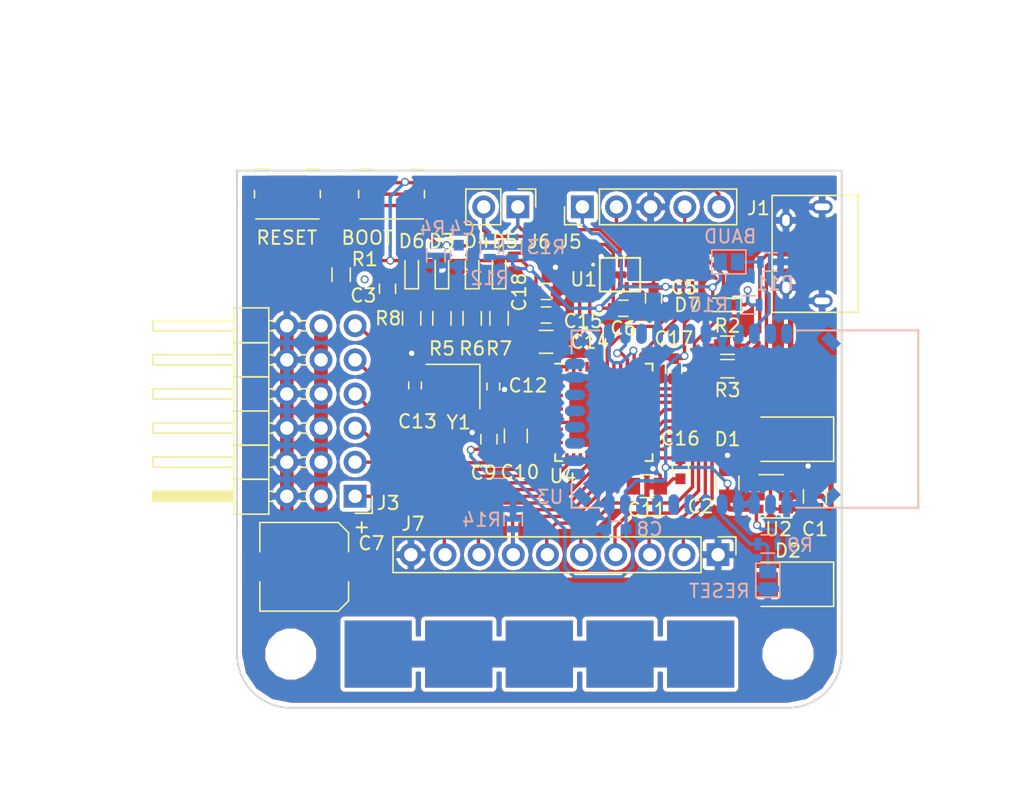
<source format=kicad_pcb>
(kicad_pcb (version 4) (host pcbnew 4.0.6)
  (layers (0 F.Cu signal) (31 B.Cu signal) (34 B.Paste user) (35 F.Paste user) (36 B.SilkS user) (37 F.SilkS user) (38 B.Mask user) (39 F.Mask user) (44 Edge.Cuts user))
  (net 0 "")
  (net 1 GND)
  (net 2 +3V3)
  (net 3 /nRST)
  (net 4 /BOOT)
  (net 5 "Net-(C7-Pad1)")
  (net 6 "Net-(C11-Pad1)")
  (net 7 "Net-(C12-Pad1)")
  (net 8 "Net-(C13-Pad1)")
  (net 9 +5V)
  (net 10 /PA9)
  (net 11 "Net-(D3-Pad1)")
  (net 12 "Net-(D4-Pad1)")
  (net 13 "Net-(D5-Pad1)")
  (net 14 "Net-(D6-Pad1)")
  (net 15 "Net-(D7-Pad1)")
  (net 16 /PA11)
  (net 17 /PA12)
  (net 18 "Net-(J2-Pad1)")
  (net 19 /CH5)
  (net 20 /CH4)
  (net 21 /CH0)
  (net 22 /CH1)
  (net 23 /CH2)
  (net 24 /CH3)
  (net 25 "Net-(J4-Pad1)")
  (net 26 /PA14)
  (net 27 /PA13)
  (net 28 /PA4)
  (net 29 /PA5)
  (net 30 /PB2)
  (net 31 /PB12)
  (net 32 /PB13)
  (net 33 /PB14)
  (net 34 /PC15)
  (net 35 /PC14)
  (net 36 /GREEN)
  (net 37 /PB10)
  (net 38 /BT_RXD)
  (net 39 /BT_TXD)
  (net 40 "Net-(J1-Pad2)")
  (net 41 "Net-(J1-Pad3)")
  (net 42 "Net-(R10-Pad1)")
  (net 43 "Net-(J1-Pad4)")
  (net 44 /PB15)
  (net 45 "Net-(U1-Pad4)")
  (net 46 "Net-(U1-Pad10)")
  (net 47 "Net-(U1-Pad9)")
  (net 48 /PA8)
  (net 49 /PA10)
  (net 50 /PB7)
  (net 51 /PB6)
  (net 52 "Net-(U3-Pad15)")
  (net 53 /PB0)
  (net 54 /PB1)
  (net 55 /PB4)
  (net 56 /PB5)
  (net 57 /PB8)
  (net 58 /PB9)
  (net 59 "Net-(J10-Pad1)")
  (net 60 "Net-(J13-Pad1)")
  (module Mounting_Holes:MountingHole_3.2mm_M3 (layer F.Cu) (at 241 86)
    (fp_text reference REF** hide)
    (fp_text value MountingHole_3.2mm_M3 hide)
    (pad 1 np_thru_hole circle (at 0 0) (size 3.2 3.2) (drill 3.2) (layers *.Cu *.Mask))
  )
  (module Diodes_SMD:D_SMA (layer F.Cu) (at 241 80.8 180)
    (fp_text reference D2 (at 0 2.5 180) (layer F.SilkS))
    (fp_text value 3A hide)
    (pad 1 smd rect (at -2 0 180) (size 2.5 1.8) (layers F.Cu F.Paste F.Mask) (net 9 +5V))
    (pad 2 smd rect (at 2 0 180) (size 2.5 1.8) (layers F.Cu F.Paste F.Mask) (net 5 "Net-(C7-Pad1)"))
  )
  (module Capacitors_SMD:C_0805 (layer F.Cu) (at 243 74.25 270)
    (fp_text reference C1 (at 2.45 0 360) (layer F.SilkS))
    (fp_text value 4.7uF hide)
    (pad 1 smd rect (at -1 0 270) (size 1 1.25) (layers F.Cu F.Paste F.Mask) (net 1 GND))
    (pad 2 smd rect (at 1 0 270) (size 1 1.25) (layers F.Cu F.Paste F.Mask) (net 9 +5V))
  )
  (module Capacitors_SMD:C_0805 (layer F.Cu) (at 236.5 73.25 270)
    (fp_text reference C2 (at 1.75 2 360) (layer F.SilkS))
    (fp_text value 4.7uF hide)
    (pad 1 smd rect (at -1 0 270) (size 1 1.25) (layers F.Cu F.Paste F.Mask) (net 1 GND))
    (pad 2 smd rect (at 1 0 270) (size 1 1.25) (layers F.Cu F.Paste F.Mask) (net 2 +3V3))
  )
  (module Capacitors_SMD:C_0603 (layer F.Cu) (at 211.2 58.8 90)
    (fp_text reference C3 (at -0.5 -1.8 180) (layer F.SilkS))
    (fp_text value 100nF hide)
    (pad 1 smd rect (at -0.75 0 90) (size 0.8 0.75) (layers F.Cu F.Paste F.Mask) (net 3 /nRST))
    (pad 2 smd rect (at 0.75 0 90) (size 0.8 0.75) (layers F.Cu F.Paste F.Mask) (net 1 GND))
  )
  (module Capacitors_SMD:C_0603 (layer B.Cu) (at 216.5 56.3 270)
    (fp_text reference C4 (at -2 -0.25 540) (layer B.SilkS) (effects (justify mirror)))
    (fp_text value 100nF hide)
    (pad 1 smd rect (at -0.75 0 270) (size 0.8 0.75) (layers B.Cu B.Paste B.Mask) (net 4 /BOOT))
    (pad 2 smd rect (at 0.75 0 270) (size 0.8 0.75) (layers B.Cu B.Paste B.Mask) (net 1 GND))
  )
  (module Capacitors_SMD:C_0603 (layer F.Cu) (at 231 59.5 270)
    (fp_text reference C5 (at -0.8 -2.25 360) (layer F.SilkS))
    (fp_text value 100nF hide)
    (pad 1 smd rect (at -0.75 0 270) (size 0.8 0.75) (layers F.Cu F.Paste F.Mask) (net 2 +3V3))
    (pad 2 smd rect (at 0.75 0 270) (size 0.8 0.75) (layers F.Cu F.Paste F.Mask) (net 1 GND))
  )
  (module Capacitors_SMD:C_0603 (layer F.Cu) (at 228.75 60.25)
    (fp_text reference C6 (at 0 1.5) (layer F.SilkS))
    (fp_text value 100nF hide)
    (pad 1 smd rect (at -0.75 0) (size 0.8 0.75) (layers F.Cu F.Paste F.Mask) (net 2 +3V3))
    (pad 2 smd rect (at 0.75 0) (size 0.8 0.75) (layers F.Cu F.Paste F.Mask) (net 1 GND))
  )
  (module Capacitors_SMD:CP_Elec_6.3x5.3 (layer F.Cu) (at 205 79.5 180)
    (fp_text reference C7 (at -5 1.75 180) (layer F.SilkS))
    (fp_text value 100uF hide)
    (fp_text user + (at -4.28 3.01 180) (layer F.SilkS))
    (pad 1 smd rect (at -2.7 0) (size 3.5 1.6) (layers F.Cu F.Paste F.Mask) (net 5 "Net-(C7-Pad1)"))
    (pad 2 smd rect (at 2.7 0) (size 3.5 1.6) (layers F.Cu F.Paste F.Mask) (net 1 GND))
  )
  (module Capacitors_SMD:C_0603 (layer B.Cu) (at 228.2 76.7 180)
    (fp_text reference C8 (at -2.5 0 180) (layer B.SilkS) (effects (justify mirror)))
    (fp_text value 100nF hide)
    (pad 1 smd rect (at -0.75 0 180) (size 0.8 0.75) (layers B.Cu B.Paste B.Mask) (net 2 +3V3))
    (pad 2 smd rect (at 0.75 0 180) (size 0.8 0.75) (layers B.Cu B.Paste B.Mask) (net 1 GND))
  )
  (module Capacitors_SMD:C_0603 (layer F.Cu) (at 218.75 70 90)
    (fp_text reference C9 (at -2.5 -0.4 180) (layer F.SilkS))
    (fp_text value 100nF hide)
    (pad 1 smd rect (at -0.75 0 90) (size 0.8 0.75) (layers F.Cu F.Paste F.Mask) (net 2 +3V3))
    (pad 2 smd rect (at 0.75 0 90) (size 0.8 0.75) (layers F.Cu F.Paste F.Mask) (net 1 GND))
  )
  (module Capacitors_SMD:C_0805 (layer F.Cu) (at 220.75 69.75 90)
    (fp_text reference C10 (at -2.7 0.3 180) (layer F.SilkS))
    (fp_text value 1uF hide)
    (pad 1 smd rect (at -1 0 90) (size 1 1.25) (layers F.Cu F.Paste F.Mask) (net 2 +3V3))
    (pad 2 smd rect (at 1 0 90) (size 1 1.25) (layers F.Cu F.Paste F.Mask) (net 1 GND))
  )
  (module Capacitors_SMD:C_0805 (layer F.Cu) (at 230.5 73.5)
    (fp_text reference C11 (at 0 1.75) (layer F.SilkS))
    (fp_text value 4.7uF hide)
    (pad 1 smd rect (at -1 0) (size 1 1.25) (layers F.Cu F.Paste F.Mask) (net 6 "Net-(C11-Pad1)"))
    (pad 2 smd rect (at 1 0) (size 1 1.25) (layers F.Cu F.Paste F.Mask) (net 1 GND))
  )
  (module Capacitors_SMD:C_0402 (layer F.Cu) (at 219.075 66.075 270)
    (fp_text reference C12 (at -0.075 -2.575 360) (layer F.SilkS))
    (fp_text value 30pF hide)
    (pad 1 smd rect (at -0.55 0 270) (size 0.6 0.5) (layers F.Cu F.Paste F.Mask) (net 7 "Net-(C12-Pad1)"))
    (pad 2 smd rect (at 0.55 0 270) (size 0.6 0.5) (layers F.Cu F.Paste F.Mask) (net 1 GND))
  )
  (module Capacitors_SMD:C_0402 (layer F.Cu) (at 213.25 66 90)
    (fp_text reference C13 (at -2.675 0.175 180) (layer F.SilkS))
    (fp_text value 30pF hide)
    (pad 1 smd rect (at -0.55 0 90) (size 0.6 0.5) (layers F.Cu F.Paste F.Mask) (net 8 "Net-(C13-Pad1)"))
    (pad 2 smd rect (at 0.55 0 90) (size 0.6 0.5) (layers F.Cu F.Paste F.Mask) (net 1 GND))
  )
  (module Capacitors_SMD:C_0805 (layer F.Cu) (at 223 62.75 180)
    (fp_text reference C14 (at -3.25 0 180) (layer F.SilkS))
    (fp_text value 4.7uF hide)
    (pad 1 smd rect (at -1 0 180) (size 1 1.25) (layers F.Cu F.Paste F.Mask) (net 1 GND))
    (pad 2 smd rect (at 1 0 180) (size 1 1.25) (layers F.Cu F.Paste F.Mask) (net 2 +3V3))
  )
  (module Capacitors_SMD:C_0603 (layer F.Cu) (at 223 60.75 180)
    (fp_text reference C15 (at -2.75 -0.45 180) (layer F.SilkS))
    (fp_text value 100nF hide)
    (pad 1 smd rect (at -0.75 0 180) (size 0.8 0.75) (layers F.Cu F.Paste F.Mask) (net 1 GND))
    (pad 2 smd rect (at 0.75 0 180) (size 0.8 0.75) (layers F.Cu F.Paste F.Mask) (net 2 +3V3))
  )
  (module Capacitors_SMD:C_0603 (layer F.Cu) (at 233 72.2 90)
    (fp_text reference C16 (at 2.25 0 180) (layer F.SilkS))
    (fp_text value 100nF hide)
    (pad 1 smd rect (at -0.75 0 90) (size 0.8 0.75) (layers F.Cu F.Paste F.Mask) (net 1 GND))
    (pad 2 smd rect (at 0.75 0 90) (size 0.8 0.75) (layers F.Cu F.Paste F.Mask) (net 2 +3V3))
  )
  (module Capacitors_SMD:C_0603 (layer F.Cu) (at 232.5 64.75 90)
    (fp_text reference C17 (at 2.25 0 180) (layer F.SilkS))
    (fp_text value 100nF hide)
    (pad 1 smd rect (at -0.75 0 90) (size 0.8 0.75) (layers F.Cu F.Paste F.Mask) (net 1 GND))
    (pad 2 smd rect (at 0.75 0 90) (size 0.8 0.75) (layers F.Cu F.Paste F.Mask) (net 2 +3V3))
  )
  (module Capacitors_SMD:C_0603 (layer F.Cu) (at 223 59 180)
    (fp_text reference C18 (at 2 -0.05 450) (layer F.SilkS))
    (fp_text value 100nF hide)
    (pad 1 smd rect (at -0.75 0 180) (size 0.8 0.75) (layers F.Cu F.Paste F.Mask) (net 1 GND))
    (pad 2 smd rect (at 0.75 0 180) (size 0.8 0.75) (layers F.Cu F.Paste F.Mask) (net 2 +3V3))
  )
  (module Diodes_SMD:D_SMA (layer F.Cu) (at 241 70 180)
    (fp_text reference D1 (at 4.5 0 180) (layer F.SilkS))
    (fp_text value 3A hide)
    (pad 1 smd rect (at -2 0 180) (size 2.5 1.8) (layers F.Cu F.Paste F.Mask) (net 9 +5V))
    (pad 2 smd rect (at 2 0 180) (size 2.5 1.8) (layers F.Cu F.Paste F.Mask) (net 10 /PA9))
  )
  (module LEDs:LED_0603 (layer F.Cu) (at 215.25 57.5 90)
    (fp_text reference D3 (at 2.25 0 180) (layer F.SilkS))
    (fp_text value RED hide)
    (pad 2 smd rect (at 0.8 0 270) (size 0.8 0.8) (layers F.Cu F.Paste F.Mask) (net 2 +3V3))
    (pad 1 smd rect (at -0.8 0 270) (size 0.8 0.8) (layers F.Cu F.Paste F.Mask) (net 11 "Net-(D3-Pad1)"))
  )
  (module LEDs:LED_0603 (layer F.Cu) (at 217.5 57.5 90)
    (fp_text reference D4 (at 2.25 0.35 180) (layer F.SilkS))
    (fp_text value YELLOW hide)
    (pad 2 smd rect (at 0.8 0 270) (size 0.8 0.8) (layers F.Cu F.Paste F.Mask) (net 2 +3V3))
    (pad 1 smd rect (at -0.8 0 270) (size 0.8 0.8) (layers F.Cu F.Paste F.Mask) (net 12 "Net-(D4-Pad1)"))
  )
  (module LEDs:LED_0603 (layer F.Cu) (at 219.5 57.5 90)
    (fp_text reference D5 (at 2.25 0.45 180) (layer F.SilkS))
    (fp_text value GREEN hide)
    (pad 2 smd rect (at 0.8 0 270) (size 0.8 0.8) (layers F.Cu F.Paste F.Mask) (net 2 +3V3))
    (pad 1 smd rect (at -0.8 0 270) (size 0.8 0.8) (layers F.Cu F.Paste F.Mask) (net 13 "Net-(D5-Pad1)"))
  )
  (module LEDs:LED_0603 (layer F.Cu) (at 213 57.5 90)
    (fp_text reference D6 (at 2.25 0 180) (layer F.SilkS))
    (fp_text value POWER hide)
    (pad 2 smd rect (at 0.8 0 270) (size 0.8 0.8) (layers F.Cu F.Paste F.Mask) (net 2 +3V3))
    (pad 1 smd rect (at -0.8 0 270) (size 0.8 0.8) (layers F.Cu F.Paste F.Mask) (net 14 "Net-(D6-Pad1)"))
  )
  (module LEDs:LED_0603 (layer F.Cu) (at 236.2 60 180)
    (fp_text reference D7 (at 2.7 0 180) (layer F.SilkS))
    (fp_text value LED hide)
    (pad 2 smd rect (at 0.8 0) (size 0.8 0.8) (layers F.Cu F.Paste F.Mask) (net 2 +3V3))
    (pad 1 smd rect (at -0.8 0) (size 0.8 0.8) (layers F.Cu F.Paste F.Mask) (net 15 "Net-(D7-Pad1)"))
  )
  (module Connectors:USB_Micro-B (layer F.Cu) (at 242.2 56.2 90)
    (fp_text reference J1 (at 3.4 -3.4 180) (layer F.SilkS))
    (fp_text value USB_OTG hide)
    (pad 1 smd rect (at -1.3 -1.35 180) (size 1.35 0.4) (layers F.Cu F.Paste F.Mask) (net 10 /PA9))
    (pad 2 smd rect (at -0.65 -1.35 180) (size 1.35 0.4) (layers F.Cu F.Paste F.Mask) (net 40 "Net-(J1-Pad2)"))
    (pad 3 smd rect (at 0 -1.35 180) (size 1.35 0.4) (layers F.Cu F.Paste F.Mask) (net 41 "Net-(J1-Pad3)"))
    (pad 4 smd rect (at 0.65 -1.35 180) (size 1.35 0.4) (layers F.Cu F.Paste F.Mask) (net 43 "Net-(J1-Pad4)"))
    (pad 5 smd rect (at 1.3 -1.35 180) (size 1.35 0.4) (layers F.Cu F.Paste F.Mask) (net 1 GND))
    (pad 6 thru_hole oval (at -2.5 -1.35 180) (size 0.95 1.25) (drill oval 0.55 0.85) (layers *.Cu *.Mask) (net 1 GND))
    (pad 6 thru_hole oval (at 2.5 -1.35 180) (size 0.95 1.25) (drill oval 0.55 0.85) (layers *.Cu *.Mask) (net 1 GND))
    (pad 6 thru_hole oval (at -3.5 1.35 180) (size 1.55 1) (drill oval 1.15 0.5) (layers *.Cu *.Mask) (net 1 GND))
    (pad 6 thru_hole oval (at 3.5 1.35 180) (size 1.55 1) (drill oval 1.15 0.5) (layers *.Cu *.Mask) (net 1 GND))
  )
  (module Connectors:GS2 (layer B.Cu) (at 239.5 80.5 180)
    (fp_text reference J2 hide)
    (fp_text value RESET hide)
    (pad 1 smd rect (at 0 0.64 180) (size 1.27 0.97) (layers B.Cu B.Paste B.Mask) (net 18 "Net-(J2-Pad1)"))
    (pad 2 smd rect (at 0 -0.64 180) (size 1.27 0.97) (layers B.Cu B.Paste B.Mask) (net 1 GND))
  )
  (module modules:Pin_Header_Angled_3x06_Pitch2.54mm (layer F.Cu) (at 206.25 74.25 180)
    (fp_text reference J3 (at -5 -0.5 360) (layer F.SilkS))
    (fp_text value CONN_01X18 hide)
    (pad 18 thru_hole oval (at 2.54 12.7 180) (size 1.7 1.7) (drill 1) (layers *.Cu *.Mask) (net 1 GND))
    (pad 17 thru_hole oval (at 0 12.7 180) (size 1.7 1.7) (drill 1) (layers *.Cu *.Mask) (net 5 "Net-(C7-Pad1)"))
    (pad 16 thru_hole oval (at -2.54 12.7 180) (size 1.7 1.7) (drill 1) (layers *.Cu *.Mask) (net 21 /CH0))
    (pad 15 thru_hole oval (at 2.54 10.16 180) (size 1.7 1.7) (drill 1) (layers *.Cu *.Mask) (net 1 GND))
    (pad 14 thru_hole oval (at 0 10.16 180) (size 1.7 1.7) (drill 1) (layers *.Cu *.Mask) (net 5 "Net-(C7-Pad1)"))
    (pad 13 thru_hole oval (at -2.54 10.16 180) (size 1.7 1.7) (drill 1) (layers *.Cu *.Mask) (net 22 /CH1))
    (pad 1 thru_hole rect (at -2.54 0 180) (size 1.7 1.7) (drill 1) (layers *.Cu *.Mask) (net 19 /CH5))
    (pad 2 thru_hole oval (at 0 0 180) (size 1.7 1.7) (drill 1) (layers *.Cu *.Mask) (net 5 "Net-(C7-Pad1)"))
    (pad 3 thru_hole oval (at 2.54 0 180) (size 1.7 1.7) (drill 1) (layers *.Cu *.Mask) (net 1 GND))
    (pad 4 thru_hole oval (at -2.54 2.54 180) (size 1.7 1.7) (drill 1) (layers *.Cu *.Mask) (net 20 /CH4))
    (pad 5 thru_hole oval (at 0 2.54 180) (size 1.7 1.7) (drill 1) (layers *.Cu *.Mask) (net 5 "Net-(C7-Pad1)"))
    (pad 6 thru_hole oval (at 2.54 2.54 180) (size 1.7 1.7) (drill 1) (layers *.Cu *.Mask) (net 1 GND))
    (pad 7 thru_hole oval (at -2.54 5.08 180) (size 1.7 1.7) (drill 1) (layers *.Cu *.Mask) (net 24 /CH3))
    (pad 8 thru_hole oval (at 0 5.08 180) (size 1.7 1.7) (drill 1) (layers *.Cu *.Mask) (net 5 "Net-(C7-Pad1)"))
    (pad 9 thru_hole oval (at 2.54 5.08 180) (size 1.7 1.7) (drill 1) (layers *.Cu *.Mask) (net 1 GND))
    (pad 10 thru_hole oval (at -2.54 7.62 180) (size 1.7 1.7) (drill 1) (layers *.Cu *.Mask) (net 23 /CH2))
    (pad 11 thru_hole oval (at 0 7.62 180) (size 1.7 1.7) (drill 1) (layers *.Cu *.Mask) (net 5 "Net-(C7-Pad1)"))
    (pad 12 thru_hole oval (at 2.54 7.62 180) (size 1.7 1.7) (drill 1) (layers *.Cu *.Mask) (net 1 GND))
  )
  (module Connectors:GS2 (layer B.Cu) (at 236.6 56.8 90)
    (fp_text reference J4 hide)
    (fp_text value BAUD hide)
    (pad 1 smd rect (at 0 0.64 90) (size 1.27 0.97) (layers B.Cu B.Paste B.Mask) (net 25 "Net-(J4-Pad1)"))
    (pad 2 smd rect (at 0 -0.64 90) (size 1.27 0.97) (layers B.Cu B.Paste B.Mask) (net 2 +3V3))
  )
  (module Resistors_SMD:R_0603 (layer F.Cu) (at 207.75 57.75 270)
    (fp_text reference R1 (at -1.15 -1.75 360) (layer F.SilkS))
    (fp_text value 10k hide)
    (pad 1 smd rect (at -0.75 0 270) (size 0.5 0.9) (layers F.Cu F.Paste F.Mask) (net 2 +3V3))
    (pad 2 smd rect (at 0.75 0 270) (size 0.5 0.9) (layers F.Cu F.Paste F.Mask) (net 3 /nRST))
  )
  (module Resistors_SMD:R_0603 (layer F.Cu) (at 236.5 63)
    (fp_text reference R2 (at 0 -1.45) (layer F.SilkS))
    (fp_text value 27 hide)
    (pad 1 smd rect (at -0.75 0) (size 0.5 0.9) (layers F.Cu F.Paste F.Mask) (net 17 /PA12))
    (pad 2 smd rect (at 0.75 0) (size 0.5 0.9) (layers F.Cu F.Paste F.Mask) (net 41 "Net-(J1-Pad3)"))
  )
  (module Resistors_SMD:R_0603 (layer F.Cu) (at 236.5 64.75)
    (fp_text reference R3 (at 0 1.6) (layer F.SilkS))
    (fp_text value 27 hide)
    (pad 1 smd rect (at -0.75 0) (size 0.5 0.9) (layers F.Cu F.Paste F.Mask) (net 16 /PA11))
    (pad 2 smd rect (at 0.75 0) (size 0.5 0.9) (layers F.Cu F.Paste F.Mask) (net 40 "Net-(J1-Pad2)"))
  )
  (module Resistors_SMD:R_0603 (layer B.Cu) (at 214.8 56.3 270)
    (fp_text reference R4 (at -2 0.25 540) (layer B.SilkS) (effects (justify mirror)))
    (fp_text value 10k hide)
    (pad 1 smd rect (at -0.75 0 270) (size 0.5 0.9) (layers B.Cu B.Paste B.Mask) (net 4 /BOOT))
    (pad 2 smd rect (at 0.75 0 270) (size 0.5 0.9) (layers B.Cu B.Paste B.Mask) (net 1 GND))
  )
  (module Resistors_SMD:R_0603 (layer F.Cu) (at 215.25 61 90)
    (fp_text reference R5 (at -2.25 0 180) (layer F.SilkS))
    (fp_text value 1k3 hide)
    (pad 1 smd rect (at -0.75 0 90) (size 0.5 0.9) (layers F.Cu F.Paste F.Mask) (net 34 /PC15))
    (pad 2 smd rect (at 0.75 0 90) (size 0.5 0.9) (layers F.Cu F.Paste F.Mask) (net 11 "Net-(D3-Pad1)"))
  )
  (module Resistors_SMD:R_0603 (layer F.Cu) (at 217.5 61 90)
    (fp_text reference R6 (at -2.25 0 180) (layer F.SilkS))
    (fp_text value 1k3 hide)
    (pad 1 smd rect (at -0.75 0 90) (size 0.5 0.9) (layers F.Cu F.Paste F.Mask) (net 35 /PC14))
    (pad 2 smd rect (at 0.75 0 90) (size 0.5 0.9) (layers F.Cu F.Paste F.Mask) (net 12 "Net-(D4-Pad1)"))
  )
  (module Resistors_SMD:R_0603 (layer F.Cu) (at 219.5 61 90)
    (fp_text reference R7 (at -2.25 0 180) (layer F.SilkS))
    (fp_text value 100 hide)
    (pad 1 smd rect (at -0.75 0 90) (size 0.5 0.9) (layers F.Cu F.Paste F.Mask) (net 36 /GREEN))
    (pad 2 smd rect (at 0.75 0 90) (size 0.5 0.9) (layers F.Cu F.Paste F.Mask) (net 13 "Net-(D5-Pad1)"))
  )
  (module Resistors_SMD:R_0603 (layer F.Cu) (at 213 61 90)
    (fp_text reference R8 (at 0 -1.75 180) (layer F.SilkS))
    (fp_text value 100 hide)
    (pad 1 smd rect (at -0.75 0 90) (size 0.5 0.9) (layers F.Cu F.Paste F.Mask) (net 1 GND))
    (pad 2 smd rect (at 0.75 0 90) (size 0.5 0.9) (layers F.Cu F.Paste F.Mask) (net 14 "Net-(D6-Pad1)"))
  )
  (module Resistors_SMD:R_0603 (layer B.Cu) (at 239.5 77.8)
    (fp_text reference R9 (at 2.4 0.1) (layer B.SilkS) (effects (justify mirror)))
    (fp_text value 10k hide)
    (pad 1 smd rect (at -0.75 0) (size 0.5 0.9) (layers B.Cu B.Paste B.Mask) (net 18 "Net-(J2-Pad1)"))
    (pad 2 smd rect (at 0.75 0) (size 0.5 0.9) (layers B.Cu B.Paste B.Mask) (net 2 +3V3))
  )
  (module Resistors_SMD:R_0603 (layer B.Cu) (at 238.1 60)
    (fp_text reference R10 (at -3 0) (layer B.SilkS) (effects (justify mirror)))
    (fp_text value 100 hide)
    (pad 1 smd rect (at -0.75 0) (size 0.5 0.9) (layers B.Cu B.Paste B.Mask) (net 42 "Net-(R10-Pad1)"))
    (pad 2 smd rect (at 0.75 0) (size 0.5 0.9) (layers B.Cu B.Paste B.Mask) (net 15 "Net-(D7-Pad1)"))
  )
  (module Resistors_SMD:R_0603 (layer B.Cu) (at 239.7 56.8 180)
    (fp_text reference R11 (at -0.3 -1.6 180) (layer B.SilkS) (effects (justify mirror)))
    (fp_text value 10k hide)
    (pad 1 smd rect (at -0.75 0 180) (size 0.5 0.9) (layers B.Cu B.Paste B.Mask) (net 1 GND))
    (pad 2 smd rect (at 0.75 0 180) (size 0.5 0.9) (layers B.Cu B.Paste B.Mask) (net 25 "Net-(J4-Pad1)"))
  )
  (module Resistors_SMD:R_0603 (layer B.Cu) (at 218.8 55.7 270)
    (fp_text reference R12 (at 2.3 0 540) (layer B.SilkS) (effects (justify mirror)))
    (fp_text value 2k2 hide)
    (pad 1 smd rect (at -0.75 0 270) (size 0.5 0.9) (layers B.Cu B.Paste B.Mask) (net 50 /PB7))
    (pad 2 smd rect (at 0.75 0 270) (size 0.5 0.9) (layers B.Cu B.Paste B.Mask) (net 2 +3V3))
  )
  (module Buttons_Switches_SMD:Panasonic_EVQPUK_EVQPUB (layer F.Cu) (at 211.5 51.75)
    (fp_text reference SW1 hide)
    (fp_text value BOOT)
    (pad 2 smd rect (at 2.575 0.85 180) (size 1.45 1) (layers F.Cu F.Paste F.Mask) (net 4 /BOOT))
    (pad 2 smd rect (at -2.575 0.85 180) (size 1.45 1) (layers F.Cu F.Paste F.Mask) (net 4 /BOOT))
    (pad 1 smd rect (at -2.575 -0.85 180) (size 1.45 1) (layers F.Cu F.Paste F.Mask) (net 2 +3V3))
    (pad 1 smd rect (at 2.575 -0.85 180) (size 1.45 1) (layers F.Cu F.Paste F.Mask) (net 2 +3V3))
  )
  (module Buttons_Switches_SMD:Panasonic_EVQPUK_EVQPUB (layer F.Cu) (at 203.75 51.75)
    (fp_text reference SW2 hide)
    (fp_text value RESET)
    (pad 2 smd rect (at 2.575 0.85 180) (size 1.45 1) (layers F.Cu F.Paste F.Mask) (net 3 /nRST))
    (pad 2 smd rect (at -2.575 0.85 180) (size 1.45 1) (layers F.Cu F.Paste F.Mask) (net 3 /nRST))
    (pad 1 smd rect (at -2.575 -0.85 180) (size 1.45 1) (layers F.Cu F.Paste F.Mask) (net 1 GND))
    (pad 1 smd rect (at 2.575 -0.85 180) (size 1.45 1) (layers F.Cu F.Paste F.Mask) (net 1 GND))
  )
  (module modules:LSM6DS3US (layer F.Cu) (at 228.5 57.75)
    (fp_text reference U1 (at -2.7 0.35 180) (layer F.SilkS))
    (fp_text value LSM6DS3US hide)
    (pad 14 smd rect (at -0.5 -0.85) (size 0.3 0.6) (layers F.Cu F.Paste F.Mask) (net 50 /PB7))
    (pad 13 smd rect (at 0 -0.85) (size 0.3 0.6) (layers F.Cu F.Paste F.Mask) (net 51 /PB6))
    (pad 12 smd rect (at 0.5 -0.85) (size 0.3 0.6) (layers F.Cu F.Paste F.Mask) (net 2 +3V3))
    (pad 7 smd rect (at 0.5 0.85) (size 0.3 0.6) (layers F.Cu F.Paste F.Mask) (net 1 GND))
    (pad 6 smd rect (at 0 0.85) (size 0.3 0.6) (layers F.Cu F.Paste F.Mask) (net 1 GND))
    (pad 5 smd rect (at -0.5 0.85) (size 0.3 0.6) (layers F.Cu F.Paste F.Mask) (net 2 +3V3))
    (pad 4 smd rect (at -1.15 0.75) (size 0.5 0.3) (layers F.Cu F.Paste F.Mask) (net 45 "Net-(U1-Pad4)"))
    (pad 3 smd rect (at -1.1 0.25) (size 0.6 0.3) (layers F.Cu F.Paste F.Mask) (net 1 GND))
    (pad 2 smd rect (at -1.1 -0.25) (size 0.6 0.3) (layers F.Cu F.Paste F.Mask) (net 1 GND))
    (pad 1 smd rect (at -1.15 -0.75) (size 0.5 0.3) (layers F.Cu F.Paste F.Mask) (net 1 GND))
    (pad 11 smd rect (at 1.15 -0.75) (size 0.5 0.3) (layers F.Cu F.Paste F.Mask))
    (pad 10 smd rect (at 1.1 -0.25) (size 0.6 0.3) (layers F.Cu F.Paste F.Mask) (net 46 "Net-(U1-Pad10)"))
    (pad 9 smd rect (at 1.1 0.25) (size 0.6 0.3) (layers F.Cu F.Paste F.Mask) (net 47 "Net-(U1-Pad9)"))
    (pad 8 smd rect (at 1.15 0.75) (size 0.5 0.3) (layers F.Cu F.Paste F.Mask) (net 2 +3V3))
  )
  (module TO_SOT_Packages_SMD:SOT-23-5 (layer F.Cu) (at 239.75 74.25 180)
    (fp_text reference U2 (at -0.55 -2.45 180) (layer F.SilkS))
    (fp_text value TLV70233DBV hide)
    (pad 1 smd rect (at -1.1 -0.95 180) (size 1.06 0.65) (layers F.Cu F.Paste F.Mask) (net 9 +5V))
    (pad 2 smd rect (at -1.1 0 180) (size 1.06 0.65) (layers F.Cu F.Paste F.Mask) (net 1 GND))
    (pad 3 smd rect (at -1.1 0.95 180) (size 1.06 0.65) (layers F.Cu F.Paste F.Mask) (net 9 +5V))
    (pad 4 smd rect (at 1.1 0.95 180) (size 1.06 0.65) (layers F.Cu F.Paste F.Mask))
    (pad 5 smd rect (at 1.1 -0.95 180) (size 1.06 0.65) (layers F.Cu F.Paste F.Mask) (net 2 +3V3))
  )
  (module modules:RN41 (layer B.Cu) (at 224.9 75.1 90)
    (fp_text reference U3 (at 0.8 -1.6 180) (layer B.SilkS) (effects (justify mirror)))
    (fp_text value RN41)
    (pad "" smd rect (at 12.4 19.3 45) (size 0.8 1.3) (layers B.Cu B.Paste B.Mask))
    (pad "" smd rect (at 0.8 19.3 135) (size 0.8 1.3) (layers B.Cu B.Paste B.Mask))
    (pad "" smd rect (at 12.4 0.8 135) (size 0.8 1.3) (layers B.Cu B.Paste B.Mask))
    (pad "" smd rect (at 0.8 0.8 45) (size 0.8 1.3) (layers B.Cu B.Paste B.Mask))
    (pad 30 smd oval (at 10.7 0.25 90) (size 0.8 1.5) (layers B.Cu B.Paste B.Mask))
    (pad 28 smd oval (at 9.7 0.25 90) (size 0.8 1.5) (layers B.Cu B.Paste B.Mask) (net 1 GND))
    (pad 31 smd oval (at 8.4 0.25 90) (size 0.8 1.5) (layers B.Cu B.Paste B.Mask))
    (pad 32 smd oval (at 7.2 0.25 90) (size 0.8 1.5) (layers B.Cu B.Paste B.Mask))
    (pad 33 smd oval (at 6 0.25 90) (size 0.8 1.5) (layers B.Cu B.Paste B.Mask))
    (pad 34 smd oval (at 4.8 0.25 90) (size 0.8 1.5) (layers B.Cu B.Paste B.Mask))
    (pad 29 smd oval (at 3.5 0.25 90) (size 0.8 1.5) (layers B.Cu B.Paste B.Mask) (net 1 GND))
    (pad 35 smd oval (at 2.5 0.25 90) (size 0.8 1.5) (layers B.Cu B.Paste B.Mask))
    (pad 24 smd oval (at 12.95 16 90) (size 1.5 0.8) (layers B.Cu B.Paste B.Mask))
    (pad 23 smd oval (at 12.95 14.8 90) (size 1.5 0.8) (layers B.Cu B.Paste B.Mask))
    (pad 22 smd oval (at 12.95 13.6 90) (size 1.5 0.8) (layers B.Cu B.Paste B.Mask) (net 25 "Net-(J4-Pad1)"))
    (pad 21 smd oval (at 12.95 12.4 90) (size 1.5 0.8) (layers B.Cu B.Paste B.Mask) (net 42 "Net-(R10-Pad1)"))
    (pad 17 smd oval (at 12.95 7.6 90) (size 1.5 0.8) (layers B.Cu B.Paste B.Mask))
    (pad 18 smd oval (at 12.95 8.8 90) (size 1.5 0.8) (layers B.Cu B.Paste B.Mask))
    (pad 19 smd oval (at 12.95 10 90) (size 1.5 0.8) (layers B.Cu B.Paste B.Mask) (net 1 GND))
    (pad 20 smd oval (at 12.95 11.2 90) (size 1.5 0.8) (layers B.Cu B.Paste B.Mask) (net 1 GND))
    (pad 16 smd oval (at 12.95 6.4 90) (size 1.5 0.8) (layers B.Cu B.Paste B.Mask) (net 1 GND))
    (pad 15 smd oval (at 12.95 5.2 90) (size 1.5 0.8) (layers B.Cu B.Paste B.Mask) (net 52 "Net-(U3-Pad15)"))
    (pad 14 smd oval (at 12.95 4 90) (size 1.5 0.8) (layers B.Cu B.Paste B.Mask) (net 38 /BT_RXD))
    (pad 13 smd oval (at 12.95 2.8 90) (size 1.5 0.8) (layers B.Cu B.Paste B.Mask) (net 39 /BT_TXD))
    (pad 12 smd oval (at 0.25 2.8 90) (size 1.5 0.8) (layers B.Cu B.Paste B.Mask) (net 1 GND))
    (pad 11 smd oval (at 0.25 4 90) (size 1.5 0.8) (layers B.Cu B.Paste B.Mask) (net 2 +3V3))
    (pad 10 smd oval (at 0.25 5.2 90) (size 1.5 0.8) (layers B.Cu B.Paste B.Mask))
    (pad 9 smd oval (at 0.25 6.4 90) (size 1.5 0.8) (layers B.Cu B.Paste B.Mask))
    (pad 8 smd oval (at 0.25 7.6 90) (size 1.5 0.8) (layers B.Cu B.Paste B.Mask))
    (pad 7 smd oval (at 0.25 8.8 90) (size 1.5 0.8) (layers B.Cu B.Paste B.Mask))
    (pad 6 smd oval (at 0.25 10 90) (size 1.5 0.8) (layers B.Cu B.Paste B.Mask))
    (pad 5 smd oval (at 0.25 11.2 90) (size 1.5 0.8) (layers B.Cu B.Paste B.Mask) (net 18 "Net-(J2-Pad1)"))
    (pad 4 smd oval (at 0.25 12.4 90) (size 1.5 0.8) (layers B.Cu B.Paste B.Mask) (net 1 GND))
    (pad 3 smd oval (at 0.25 13.6 90) (size 1.5 0.8) (layers B.Cu B.Paste B.Mask) (net 1 GND))
    (pad 2 smd oval (at 0.25 14.8 90) (size 1.5 0.8) (layers B.Cu B.Paste B.Mask))
    (pad 1 smd oval (at 0.25 16 90) (size 1.5 0.8) (layers B.Cu B.Paste B.Mask) (net 1 GND))
  )
  (module Housings_DFN_QFN:QFN-48-1EP_7x7mm_Pitch0.5mm (layer F.Cu) (at 227.3 68)
    (fp_text reference U4 (at -3.05 4.75) (layer F.SilkS))
    (fp_text value STM32F411CEUx hide)
    (pad 1 smd rect (at -3.4 -2.75) (size 0.7 0.25) (layers F.Cu F.Paste F.Mask) (net 2 +3V3))
    (pad 2 smd rect (at -3.4 -2.25) (size 0.7 0.25) (layers F.Cu F.Paste F.Mask) (net 36 /GREEN))
    (pad 3 smd rect (at -3.4 -1.75) (size 0.7 0.25) (layers F.Cu F.Paste F.Mask) (net 35 /PC14))
    (pad 4 smd rect (at -3.4 -1.25) (size 0.7 0.25) (layers F.Cu F.Paste F.Mask) (net 34 /PC15))
    (pad 5 smd rect (at -3.4 -0.75) (size 0.7 0.25) (layers F.Cu F.Paste F.Mask) (net 7 "Net-(C12-Pad1)"))
    (pad 6 smd rect (at -3.4 -0.25) (size 0.7 0.25) (layers F.Cu F.Paste F.Mask) (net 8 "Net-(C13-Pad1)"))
    (pad 7 smd rect (at -3.4 0.25) (size 0.7 0.25) (layers F.Cu F.Paste F.Mask) (net 3 /nRST))
    (pad 8 smd rect (at -3.4 0.75) (size 0.7 0.25) (layers F.Cu F.Paste F.Mask) (net 1 GND))
    (pad 9 smd rect (at -3.4 1.25) (size 0.7 0.25) (layers F.Cu F.Paste F.Mask) (net 2 +3V3))
    (pad 10 smd rect (at -3.4 1.75) (size 0.7 0.25) (layers F.Cu F.Paste F.Mask) (net 21 /CH0))
    (pad 11 smd rect (at -3.4 2.25) (size 0.7 0.25) (layers F.Cu F.Paste F.Mask) (net 22 /CH1))
    (pad 12 smd rect (at -3.4 2.75) (size 0.7 0.25) (layers F.Cu F.Paste F.Mask) (net 23 /CH2))
    (pad 13 smd rect (at -2.75 3.4 90) (size 0.7 0.25) (layers F.Cu F.Paste F.Mask) (net 24 /CH3))
    (pad 14 smd rect (at -2.25 3.4 90) (size 0.7 0.25) (layers F.Cu F.Paste F.Mask) (net 28 /PA4))
    (pad 15 smd rect (at -1.75 3.4 90) (size 0.7 0.25) (layers F.Cu F.Paste F.Mask) (net 29 /PA5))
    (pad 16 smd rect (at -1.25 3.4 90) (size 0.7 0.25) (layers F.Cu F.Paste F.Mask) (net 20 /CH4))
    (pad 17 smd rect (at -0.75 3.4 90) (size 0.7 0.25) (layers F.Cu F.Paste F.Mask) (net 19 /CH5))
    (pad 18 smd rect (at -0.25 3.4 90) (size 0.7 0.25) (layers F.Cu F.Paste F.Mask) (net 53 /PB0))
    (pad 19 smd rect (at 0.25 3.4 90) (size 0.7 0.25) (layers F.Cu F.Paste F.Mask) (net 54 /PB1))
    (pad 20 smd rect (at 0.75 3.4 90) (size 0.7 0.25) (layers F.Cu F.Paste F.Mask) (net 30 /PB2))
    (pad 21 smd rect (at 1.25 3.4 90) (size 0.7 0.25) (layers F.Cu F.Paste F.Mask) (net 37 /PB10))
    (pad 22 smd rect (at 1.75 3.4 90) (size 0.7 0.25) (layers F.Cu F.Paste F.Mask) (net 6 "Net-(C11-Pad1)"))
    (pad 23 smd rect (at 2.25 3.4 90) (size 0.7 0.25) (layers F.Cu F.Paste F.Mask) (net 1 GND))
    (pad 24 smd rect (at 2.75 3.4 90) (size 0.7 0.25) (layers F.Cu F.Paste F.Mask) (net 2 +3V3))
    (pad 25 smd rect (at 3.4 2.75) (size 0.7 0.25) (layers F.Cu F.Paste F.Mask) (net 31 /PB12))
    (pad 26 smd rect (at 3.4 2.25) (size 0.7 0.25) (layers F.Cu F.Paste F.Mask) (net 32 /PB13))
    (pad 27 smd rect (at 3.4 1.75) (size 0.7 0.25) (layers F.Cu F.Paste F.Mask) (net 33 /PB14))
    (pad 28 smd rect (at 3.4 1.25) (size 0.7 0.25) (layers F.Cu F.Paste F.Mask) (net 44 /PB15))
    (pad 29 smd rect (at 3.4 0.75) (size 0.7 0.25) (layers F.Cu F.Paste F.Mask) (net 48 /PA8))
    (pad 30 smd rect (at 3.4 0.25) (size 0.7 0.25) (layers F.Cu F.Paste F.Mask) (net 10 /PA9))
    (pad 31 smd rect (at 3.4 -0.25) (size 0.7 0.25) (layers F.Cu F.Paste F.Mask) (net 49 /PA10))
    (pad 32 smd rect (at 3.4 -0.75) (size 0.7 0.25) (layers F.Cu F.Paste F.Mask) (net 16 /PA11))
    (pad 33 smd rect (at 3.4 -1.25) (size 0.7 0.25) (layers F.Cu F.Paste F.Mask) (net 17 /PA12))
    (pad 34 smd rect (at 3.4 -1.75) (size 0.7 0.25) (layers F.Cu F.Paste F.Mask) (net 27 /PA13))
    (pad 35 smd rect (at 3.4 -2.25) (size 0.7 0.25) (layers F.Cu F.Paste F.Mask) (net 1 GND))
    (pad 36 smd rect (at 3.4 -2.75) (size 0.7 0.25) (layers F.Cu F.Paste F.Mask) (net 2 +3V3))
    (pad 37 smd rect (at 2.75 -3.4 90) (size 0.7 0.25) (layers F.Cu F.Paste F.Mask) (net 26 /PA14))
    (pad 38 smd rect (at 2.25 -3.4 90) (size 0.7 0.25) (layers F.Cu F.Paste F.Mask) (net 39 /BT_TXD))
    (pad 39 smd rect (at 1.75 -3.4 90) (size 0.7 0.25) (layers F.Cu F.Paste F.Mask) (net 38 /BT_RXD))
    (pad 40 smd rect (at 1.25 -3.4 90) (size 0.7 0.25) (layers F.Cu F.Paste F.Mask) (net 55 /PB4))
    (pad 41 smd rect (at 0.75 -3.4 90) (size 0.7 0.25) (layers F.Cu F.Paste F.Mask) (net 56 /PB5))
    (pad 42 smd rect (at 0.25 -3.4 90) (size 0.7 0.25) (layers F.Cu F.Paste F.Mask) (net 51 /PB6))
    (pad 43 smd rect (at -0.25 -3.4 90) (size 0.7 0.25) (layers F.Cu F.Paste F.Mask) (net 50 /PB7))
    (pad 44 smd rect (at -0.75 -3.4 90) (size 0.7 0.25) (layers F.Cu F.Paste F.Mask) (net 4 /BOOT))
    (pad 45 smd rect (at -1.25 -3.4 90) (size 0.7 0.25) (layers F.Cu F.Paste F.Mask) (net 57 /PB8))
    (pad 46 smd rect (at -1.75 -3.4 90) (size 0.7 0.25) (layers F.Cu F.Paste F.Mask) (net 58 /PB9))
    (pad 47 smd rect (at -2.25 -3.4 90) (size 0.7 0.25) (layers F.Cu F.Paste F.Mask) (net 1 GND))
    (pad 48 smd rect (at -2.75 -3.4 90) (size 0.7 0.25) (layers F.Cu F.Paste F.Mask) (net 2 +3V3))
    (pad 49 smd rect (at 1.93125 1.93125) (size 1.2875 1.2875) (layers F.Cu F.Paste F.Mask) (net 1 GND))
    (pad 49 smd rect (at 1.93125 0.64375) (size 1.2875 1.2875) (layers F.Cu F.Paste F.Mask) (net 1 GND))
    (pad 49 smd rect (at 1.93125 -0.64375) (size 1.2875 1.2875) (layers F.Cu F.Paste F.Mask) (net 1 GND))
    (pad 49 smd rect (at 1.93125 -1.93125) (size 1.2875 1.2875) (layers F.Cu F.Paste F.Mask) (net 1 GND))
    (pad 49 smd rect (at 0.64375 1.93125) (size 1.2875 1.2875) (layers F.Cu F.Paste F.Mask) (net 1 GND))
    (pad 49 smd rect (at 0.64375 0.64375) (size 1.2875 1.2875) (layers F.Cu F.Paste F.Mask) (net 1 GND))
    (pad 49 smd rect (at 0.64375 -0.64375) (size 1.2875 1.2875) (layers F.Cu F.Paste F.Mask) (net 1 GND))
    (pad 49 smd rect (at 0.64375 -1.93125) (size 1.2875 1.2875) (layers F.Cu F.Paste F.Mask) (net 1 GND))
    (pad 49 smd rect (at -0.64375 1.93125) (size 1.2875 1.2875) (layers F.Cu F.Paste F.Mask) (net 1 GND))
    (pad 49 smd rect (at -0.64375 0.64375) (size 1.2875 1.2875) (layers F.Cu F.Paste F.Mask) (net 1 GND))
    (pad 49 smd rect (at -0.64375 -0.64375) (size 1.2875 1.2875) (layers F.Cu F.Paste F.Mask) (net 1 GND))
    (pad 49 smd rect (at -0.64375 -1.93125) (size 1.2875 1.2875) (layers F.Cu F.Paste F.Mask) (net 1 GND))
    (pad 49 smd rect (at -1.93125 1.93125) (size 1.2875 1.2875) (layers F.Cu F.Paste F.Mask) (net 1 GND))
    (pad 49 smd rect (at -1.93125 0.64375) (size 1.2875 1.2875) (layers F.Cu F.Paste F.Mask) (net 1 GND))
    (pad 49 smd rect (at -1.93125 -0.64375) (size 1.2875 1.2875) (layers F.Cu F.Paste F.Mask) (net 1 GND))
    (pad 49 smd rect (at -1.93125 -1.93125) (size 1.2875 1.2875) (layers F.Cu F.Paste F.Mask) (net 1 GND))
  )
  (module Crystals:Crystal_SMD_3225-4pin_3.2x2.5mm (layer F.Cu) (at 216.075 66.075 180)
    (fp_text reference Y1 (at -0.425 -2.675 360) (layer F.SilkS))
    (fp_text value 12MHz hide)
    (pad 1 smd rect (at -1.1 0.85 180) (size 1.4 1.2) (layers F.Cu F.Paste F.Mask) (net 7 "Net-(C12-Pad1)"))
    (pad 2 smd rect (at 1.1 0.85 180) (size 1.4 1.2) (layers F.Cu F.Paste F.Mask) (net 1 GND))
    (pad 3 smd rect (at 1.1 -0.85 180) (size 1.4 1.2) (layers F.Cu F.Paste F.Mask) (net 8 "Net-(C13-Pad1)"))
    (pad 4 smd rect (at -1.1 -0.85 180) (size 1.4 1.2) (layers F.Cu F.Paste F.Mask) (net 1 GND))
  )
  (module Resistors_SMD:R_0603 (layer B.Cu) (at 220.5 55.7 270)
    (fp_text reference R13 (at 0 -2.5 540) (layer B.SilkS) (effects (justify mirror)))
    (fp_text value 2k2 hide)
    (pad 1 smd rect (at -0.75 0 270) (size 0.5 0.9) (layers B.Cu B.Paste B.Mask) (net 51 /PB6))
    (pad 2 smd rect (at 0.75 0 270) (size 0.5 0.9) (layers B.Cu B.Paste B.Mask) (net 2 +3V3))
  )
  (module Resistors_SMD:R_0603 (layer B.Cu) (at 220.55 75.95 90)
    (fp_text reference R14 (at -0.05 -2.35 180) (layer B.SilkS) (effects (justify mirror)))
    (fp_text value 10k hide)
    (pad 1 smd rect (at -0.75 0 90) (size 0.5 0.9) (layers B.Cu B.Paste B.Mask) (net 30 /PB2))
    (pad 2 smd rect (at 0.75 0 90) (size 0.5 0.9) (layers B.Cu B.Paste B.Mask) (net 1 GND))
  )
  (module Pin_Headers:Pin_Header_Straight_1x02_Pitch2.54mm (layer F.Cu) (at 220.9 52.7 270)
    (fp_text reference J6 (at 2.6 -1.6 360) (layer F.SilkS))
    (fp_text value CONN_01X02 hide)
    (pad 1 thru_hole rect (at 0 0 270) (size 1.7 1.7) (drill 1) (layers *.Cu *.Mask) (net 51 /PB6))
    (pad 2 thru_hole oval (at 0 2.54 270) (size 1.7 1.7) (drill 1) (layers *.Cu *.Mask) (net 50 /PB7))
  )
  (module Pin_Headers:Pin_Header_Straight_1x10_Pitch2.54mm (layer F.Cu) (at 235.8 78.6 270)
    (fp_text reference J7 (at -2.3 22.7 360) (layer F.SilkS))
    (fp_text value CONN_01X10 hide)
    (pad 1 thru_hole rect (at 0 0 270) (size 1.7 1.7) (drill 1) (layers *.Cu *.Mask) (net 1 GND))
    (pad 2 thru_hole oval (at 0 2.54 270) (size 1.7 1.7) (drill 1) (layers *.Cu *.Mask) (net 44 /PB15))
    (pad 3 thru_hole oval (at 0 5.08 270) (size 1.7 1.7) (drill 1) (layers *.Cu *.Mask) (net 33 /PB14))
    (pad 4 thru_hole oval (at 0 7.62 270) (size 1.7 1.7) (drill 1) (layers *.Cu *.Mask) (net 32 /PB13))
    (pad 5 thru_hole oval (at 0 10.16 270) (size 1.7 1.7) (drill 1) (layers *.Cu *.Mask) (net 31 /PB12))
    (pad 6 thru_hole oval (at 0 12.7 270) (size 1.7 1.7) (drill 1) (layers *.Cu *.Mask) (net 37 /PB10))
    (pad 7 thru_hole oval (at 0 15.24 270) (size 1.7 1.7) (drill 1) (layers *.Cu *.Mask) (net 30 /PB2))
    (pad 8 thru_hole oval (at 0 17.78 270) (size 1.7 1.7) (drill 1) (layers *.Cu *.Mask) (net 54 /PB1))
    (pad 9 thru_hole oval (at 0 20.32 270) (size 1.7 1.7) (drill 1) (layers *.Cu *.Mask) (net 53 /PB0))
    (pad 10 thru_hole oval (at 0 22.86 270) (size 1.7 1.7) (drill 1) (layers *.Cu *.Mask) (net 1 GND))
  )
  (module Mounting_Holes:MountingHole_3.2mm_M3 (layer F.Cu) (at 204 86)
    (fp_text reference REF** hide)
    (fp_text value MountingHole_3.2mm_M3 hide)
    (pad 1 np_thru_hole circle (at 0 0) (size 3.2 3.2) (drill 3.2) (layers *.Cu *.Mask))
  )
  (module parts:Pad (layer F.Cu) (at 210.5 86)
    (fp_text reference J8 hide)
    (fp_text value CONN_01X01 hide)
    (pad 1 smd rect (at 0 0) (size 5 5) (layers F.Cu F.Paste F.Mask) (net 59 "Net-(J10-Pad1)"))
  )
  (module parts:Pad (layer F.Cu) (at 216.5 86)
    (fp_text reference J9 hide)
    (fp_text value CONN_01X01 hide)
    (pad 1 smd rect (at 0 0) (size 5 5) (layers F.Cu F.Paste F.Mask) (net 59 "Net-(J10-Pad1)"))
  )
  (module parts:Pad (layer F.Cu) (at 222.5 86)
    (fp_text reference J10 hide)
    (fp_text value CONN_01X01 hide)
    (pad 1 smd rect (at 0 0) (size 5 5) (layers F.Cu F.Paste F.Mask) (net 59 "Net-(J10-Pad1)"))
  )
  (module parts:Pad (layer F.Cu) (at 228.5 86)
    (fp_text reference J11 hide)
    (fp_text value CONN_01X01 hide)
    (pad 1 smd rect (at 0 0) (size 5 5) (layers F.Cu F.Paste F.Mask) (net 59 "Net-(J10-Pad1)"))
  )
  (module parts:Pad (layer F.Cu) (at 234.5 86)
    (fp_text reference J12 hide)
    (fp_text value CONN_01X01 hide)
    (pad 1 smd rect (at 0 0) (size 5 5) (layers F.Cu F.Paste F.Mask) (net 59 "Net-(J10-Pad1)"))
  )
  (module parts:Pad (layer B.Cu) (at 228.5 86)
    (fp_text reference J13 hide)
    (fp_text value CONN_01X01 hide)
    (pad 1 smd rect (at 0 0) (size 5 5) (layers B.Cu B.Paste B.Mask) (net 60 "Net-(J13-Pad1)"))
  )
  (module parts:Pad (layer B.Cu) (at 222.5 86)
    (fp_text reference J14 hide)
    (fp_text value CONN_01X01 hide)
    (pad 1 smd rect (at 0 0) (size 5 5) (layers B.Cu B.Paste B.Mask) (net 60 "Net-(J13-Pad1)"))
  )
  (module parts:Pad (layer B.Cu) (at 216.5 86)
    (fp_text reference J15 hide)
    (fp_text value CONN_01X01 hide)
    (pad 1 smd rect (at 0 0) (size 5 5) (layers B.Cu B.Paste B.Mask) (net 60 "Net-(J13-Pad1)"))
  )
  (module parts:Pad (layer B.Cu) (at 210.5 86)
    (fp_text reference J16 hide)
    (fp_text value CONN_01X01 hide)
    (pad 1 smd rect (at 0 0) (size 5 5) (layers B.Cu B.Paste B.Mask) (net 60 "Net-(J13-Pad1)"))
  )
  (module parts:Pad (layer B.Cu) (at 234.5 86)
    (fp_text reference J17 hide)
    (fp_text value CONN_01X01 hide)
    (pad 1 smd rect (at 0 0) (size 5 5) (layers B.Cu B.Paste B.Mask) (net 60 "Net-(J13-Pad1)"))
  )
  (module Pin_Headers:Pin_Header_Straight_1x05_Pitch2.54mm (layer F.Cu) (at 225.7 52.7 90)
    (fp_text reference J5 (at -2.6 -0.9 180) (layer F.SilkS))
    (fp_text value CONN_01X05 hide)
    (pad 1 thru_hole rect (at 0 0 90) (size 1.7 1.7) (drill 1) (layers *.Cu *.Mask) (net 2 +3V3))
    (pad 2 thru_hole oval (at 0 2.54 90) (size 1.7 1.7) (drill 1) (layers *.Cu *.Mask) (net 26 /PA14))
    (pad 3 thru_hole oval (at 0 5.08 90) (size 1.7 1.7) (drill 1) (layers *.Cu *.Mask) (net 1 GND))
    (pad 4 thru_hole oval (at 0 7.62 90) (size 1.7 1.7) (drill 1) (layers *.Cu *.Mask) (net 27 /PA13))
    (pad 5 thru_hole oval (at 0 10.16 90) (size 1.7 1.7) (drill 1) (layers *.Cu *.Mask) (net 3 /nRST))
  )
  (gr_arc (start 241 86) (end 245 86) (angle 90) (layer Edge.Cuts) (width 0.15))
  (gr_arc (start 204 86) (end 204 90) (angle 90) (layer Edge.Cuts) (width 0.15))
  (gr_text BOOT (at 209.7 55) (layer F.SilkS) (effects (font (size 1 1))))
  (gr_text RESET (at 203.7 55) (layer F.SilkS) (effects (font (size 1 1))))
  (gr_line (start 200 86) (end 200 50) (angle 90) (layer Edge.Cuts) (width 0.15))
  (gr_line (start 241 90) (end 204 90) (angle 90) (layer Edge.Cuts) (width 0.15))
  (gr_line (start 245 50) (end 245 86) (angle 90) (layer Edge.Cuts) (width 0.15))
  (gr_line (start 200 50) (end 245 50) (angle 90) (layer Edge.Cuts) (width 0.15))
  (gr_text "RESET\n" (at 235.9 81.3) (layer B.SilkS) (effects (font (size 1 1)) (justify mirror)))
  (gr_text BAUD (at 236.7 54.9) (layer B.SilkS) (effects (font (size 1 1)) (justify mirror)))
  (via (at 209.5 58.1) (size 0.6) (drill 0.4) (layers F.Cu B.Cu) (net 0))
  (segment (start 223.75 59) (end 223.75 57.25) (width 0.25) (layer F.Cu) (net 1))
  (via (at 223.7 57.2) (size 0.6) (drill 0.4) (layers F.Cu B.Cu) (net 1))
  (segment (start 223.75 57.25) (end 223.7 57.2) (width 0.25) (layer F.Cu) (net 1))
  (segment (start 202.3 79.5) (end 202.3 78.2) (width 1) (layer F.Cu) (net 1))
  (segment (start 203.71 76.79) (end 203.71 61.55) (width 1) (layer F.Cu) (net 1))
  (segment (start 203.71 76.79) (end 202.3 78.2) (width 1) (layer F.Cu) (net 1))
  (segment (start 229.23125 68.64375) (end 227.94375 68.64375) (width 0.25) (layer F.Cu) (net 1))
  (segment (start 227.94375 68.64375) (end 226.65625 68.64375) (width 0.25) (layer F.Cu) (net 1))
  (segment (start 226.65625 68.64375) (end 225.36875 68.64375) (width 0.25) (layer F.Cu) (net 1))
  (segment (start 225.36875 68.64375) (end 225.36875 67.35625) (width 0.25) (layer F.Cu) (net 1))
  (segment (start 225.36875 67.35625) (end 226.65625 67.35625) (width 0.25) (layer F.Cu) (net 1))
  (segment (start 226.65625 67.35625) (end 227.94375 67.35625) (width 0.25) (layer F.Cu) (net 1))
  (segment (start 227.94375 67.35625) (end 229.23125 67.35625) (width 0.25) (layer F.Cu) (net 1))
  (segment (start 229.23125 67.35625) (end 229.23125 66.06875) (width 0.25) (layer F.Cu) (net 1))
  (segment (start 229.23125 66.06875) (end 227.94375 66.06875) (width 0.25) (layer F.Cu) (net 1))
  (segment (start 227.94375 66.06875) (end 226.65625 66.06875) (width 0.25) (layer F.Cu) (net 1))
  (segment (start 226.65625 66.06875) (end 225.36875 66.06875) (width 0.25) (layer F.Cu) (net 1))
  (segment (start 225.36875 66.06875) (end 225.36875 67.35625) (width 0.25) (layer F.Cu) (net 1))
  (segment (start 225.36875 67.35625) (end 226.65625 67.35625) (width 0.25) (layer F.Cu) (net 1))
  (segment (start 226.65625 67.35625) (end 226.65625 66.06875) (width 0.25) (layer F.Cu) (net 1))
  (segment (start 226.65625 66.06875) (end 227.94375 66.06875) (width 0.25) (layer F.Cu) (net 1))
  (segment (start 227.94375 66.06875) (end 227.94375 67.35625) (width 0.25) (layer F.Cu) (net 1))
  (segment (start 227.94375 67.35625) (end 229.23125 67.35625) (width 0.25) (layer F.Cu) (net 1))
  (segment (start 229.23125 67.35625) (end 229.23125 68.64375) (width 0.25) (layer F.Cu) (net 1))
  (segment (start 227.94375 68.64375) (end 227.94375 67.35625) (width 0.25) (layer F.Cu) (net 1))
  (segment (start 227.94375 67.35625) (end 226.65625 67.35625) (width 0.25) (layer F.Cu) (net 1))
  (segment (start 226.65625 67.35625) (end 226.65625 68.64375) (width 0.25) (layer F.Cu) (net 1))
  (segment (start 226.65625 68.64375) (end 225.36875 68.64375) (width 0.25) (layer F.Cu) (net 1))
  (segment (start 225.36875 68.64375) (end 225.36875 69.93125) (width 0.25) (layer F.Cu) (net 1))
  (segment (start 225.36875 69.93125) (end 226.65625 69.93125) (width 0.25) (layer F.Cu) (net 1))
  (segment (start 226.65625 69.93125) (end 226.65625 68.64375) (width 0.25) (layer F.Cu) (net 1))
  (segment (start 226.65625 68.64375) (end 227.94375 68.64375) (width 0.25) (layer F.Cu) (net 1))
  (segment (start 227.94375 68.64375) (end 227.94375 69.93125) (width 0.25) (layer F.Cu) (net 1))
  (segment (start 227.94375 69.93125) (end 226.65625 69.93125) (width 0.25) (layer F.Cu) (net 1))
  (segment (start 226.65625 69.93125) (end 227.94375 69.93125) (width 0.25) (layer F.Cu) (net 1))
  (segment (start 227.94375 69.93125) (end 229.23125 69.93125) (width 0.25) (layer F.Cu) (net 1))
  (segment (start 229.23125 69.93125) (end 229.23125 68.64375) (width 0.25) (layer F.Cu) (net 1))
  (segment (start 229.23125 68.64375) (end 227.94375 68.64375) (width 0.25) (layer F.Cu) (net 1))
  (segment (start 227.94375 68.64375) (end 229.23125 68.64375) (width 0.25) (layer F.Cu) (net 1))
  (segment (start 227.35 57) (end 227.35 56.65) (width 0.25) (layer F.Cu) (net 1))
  (via (at 227.1 56.4) (size 0.6) (drill 0.4) (layers F.Cu B.Cu) (net 1))
  (segment (start 227.35 56.65) (end 227.1 56.4) (width 0.25) (layer F.Cu) (net 1))
  (segment (start 231 60.25) (end 231.25 60.25) (width 0.25) (layer F.Cu) (net 1))
  (segment (start 231.25 60.25) (end 231.9 59.6) (width 0.25) (layer F.Cu) (net 1))
  (via (at 231.9 59.6) (size 0.6) (drill 0.4) (layers F.Cu B.Cu) (net 1))
  (segment (start 243 73.25) (end 243 72.5) (width 0.25) (layer F.Cu) (net 1))
  (via (at 242.5 72) (size 0.6) (drill 0.4) (layers F.Cu B.Cu) (net 1))
  (segment (start 243 72.5) (end 242.5 72) (width 0.25) (layer F.Cu) (net 1))
  (segment (start 236.5 72.25) (end 236.5 71.2) (width 0.25) (layer F.Cu) (net 1))
  (via (at 236.5 71.2) (size 0.6) (drill 0.4) (layers F.Cu B.Cu) (net 1))
  (segment (start 231.5 73.5) (end 231.5 72.7) (width 0.25) (layer F.Cu) (net 1))
  (via (at 230.95 72.2) (size 0.6) (drill 0.4) (layers F.Cu B.Cu) (net 1))
  (segment (start 231.5 72.7) (end 230.95 72.2) (width 0.25) (layer F.Cu) (net 1))
  (via (at 213 63.6) (size 0.6) (drill 0.4) (layers F.Cu B.Cu) (net 1))
  (segment (start 213.25 65.45) (end 213.25 63.85) (width 0.25) (layer F.Cu) (net 1))
  (segment (start 213 63.6) (end 213 61.75) (width 0.25) (layer F.Cu) (net 1))
  (segment (start 213.25 63.85) (end 213 63.6) (width 0.25) (layer F.Cu) (net 1))
  (segment (start 219.075 66.625) (end 219.575 66.625) (width 0.25) (layer F.Cu) (net 1))
  (via (at 219.9 66.3) (size 0.6) (drill 0.4) (layers F.Cu B.Cu) (net 1))
  (segment (start 219.575 66.625) (end 219.9 66.3) (width 0.25) (layer F.Cu) (net 1))
  (segment (start 218.75 69.25) (end 217.75 69.25) (width 0.25) (layer F.Cu) (net 1))
  (via (at 217.5 69.5) (size 0.6) (drill 0.4) (layers F.Cu B.Cu) (net 1))
  (segment (start 217.75 69.25) (end 217.5 69.5) (width 0.25) (layer F.Cu) (net 1))
  (segment (start 232.5 65.5) (end 233.2 65.5) (width 0.25) (layer F.Cu) (net 1))
  (via (at 233.3 64.8) (size 0.6) (drill 0.4) (layers F.Cu B.Cu) (net 1))
  (segment (start 233.3 65.4) (end 233.3 64.8) (width 0.25) (layer F.Cu) (net 1))
  (segment (start 233.2 65.5) (end 233.3 65.4) (width 0.25) (layer F.Cu) (net 1))
  (segment (start 223.75 59) (end 223.75 58.25) (width 0.25) (layer F.Cu) (net 1))
  (segment (start 223.9 68.75) (end 225.2625 68.75) (width 0.25) (layer F.Cu) (net 1))
  (segment (start 225.2625 68.75) (end 225.36875 68.64375) (width 0.25) (layer F.Cu) (net 1))
  (segment (start 229.55 71.4) (end 229.55 70.25) (width 0.25) (layer F.Cu) (net 1))
  (segment (start 229.55 70.25) (end 229.23125 69.93125) (width 0.25) (layer F.Cu) (net 1))
  (segment (start 230.7 65.75) (end 229.55 65.75) (width 0.25) (layer F.Cu) (net 1))
  (segment (start 229.55 65.75) (end 229.23125 66.06875) (width 0.25) (layer F.Cu) (net 1))
  (segment (start 225.36875 66.06875) (end 225.05 65.75) (width 0.25) (layer F.Cu) (net 1))
  (segment (start 225.05 65.75) (end 225.05 64.6) (width 0.25) (layer F.Cu) (net 1))
  (segment (start 229.75 72.25) (end 229.95 72.25) (width 0.25) (layer F.Cu) (net 1))
  (segment (start 229.55 72.05) (end 229.75 72.25) (width 0.25) (layer F.Cu) (net 1))
  (segment (start 229.55 71.4) (end 229.55 72.05) (width 0.25) (layer F.Cu) (net 1))
  (segment (start 230.8 73.5) (end 231.5 73.5) (width 0.25) (layer F.Cu) (net 1))
  (segment (start 230.5 73.2) (end 230.8 73.5) (width 0.25) (layer F.Cu) (net 1))
  (segment (start 230.5 72.8) (end 230.5 73.2) (width 0.25) (layer F.Cu) (net 1))
  (segment (start 229.95 72.25) (end 230.5 72.8) (width 0.25) (layer F.Cu) (net 1))
  (segment (start 227.45 76.5) (end 227.7 76.25) (width 0.25) (layer B.Cu) (net 1))
  (segment (start 227.7 76.25) (end 227.7 74.85) (width 0.25) (layer B.Cu) (net 1))
  (segment (start 233 72.95) (end 232.45 72.95) (width 0.25) (layer F.Cu) (net 1))
  (segment (start 232.45 72.95) (end 231.9 73.5) (width 0.25) (layer F.Cu) (net 1))
  (segment (start 231.9 73.5) (end 231.5 73.5) (width 0.25) (layer F.Cu) (net 1))
  (segment (start 203.75 58.5) (end 203.75 52.5) (width 0.25) (layer F.Cu) (net 1))
  (segment (start 205.35 50.9) (end 206.325 50.9) (width 0.25) (layer F.Cu) (net 1))
  (segment (start 203.75 52.5) (end 205.35 50.9) (width 0.25) (layer F.Cu) (net 1))
  (segment (start 203.75 58.5) (end 203.71 58.54) (width 0.25) (layer F.Cu) (net 1))
  (segment (start 203.71 58.54) (end 203.71 61.55) (width 0.25) (layer F.Cu) (net 1))
  (segment (start 213.25 65.45) (end 214.75 65.45) (width 0.25) (layer F.Cu) (net 1))
  (segment (start 214.75 65.45) (end 214.975 65.225) (width 0.25) (layer F.Cu) (net 1))
  (segment (start 218.75 69.25) (end 219.5 69.25) (width 0.25) (layer F.Cu) (net 1))
  (segment (start 220 68.75) (end 220.75 68.75) (width 0.25) (layer F.Cu) (net 1))
  (segment (start 219.5 69.25) (end 220 68.75) (width 0.25) (layer F.Cu) (net 1))
  (segment (start 203.71 61.55) (end 203.71 64.09) (width 1) (layer F.Cu) (net 1))
  (segment (start 203.71 64.09) (end 203.71 66.63) (width 1) (layer F.Cu) (net 1))
  (segment (start 203.71 66.63) (end 203.71 69.17) (width 1) (layer F.Cu) (net 1))
  (segment (start 203.71 69.17) (end 203.71 71.71) (width 1) (layer F.Cu) (net 1))
  (segment (start 203.71 71.71) (end 203.71 74.25) (width 1) (layer F.Cu) (net 1))
  (segment (start 240.85 74.25) (end 242.5 74.25) (width 0.4) (layer F.Cu) (net 1))
  (segment (start 242.5 74.25) (end 243 73.75) (width 0.4) (layer F.Cu) (net 1))
  (segment (start 243 73.75) (end 243 73.25) (width 0.4) (layer F.Cu) (net 1))
  (segment (start 229.5 60.25) (end 231 60.25) (width 0.25) (layer F.Cu) (net 1))
  (segment (start 229 58.6) (end 229 59) (width 0.25) (layer F.Cu) (net 1))
  (segment (start 229.5 59.5) (end 229.5 60.25) (width 0.25) (layer F.Cu) (net 1))
  (segment (start 229 59) (end 229.5 59.5) (width 0.25) (layer F.Cu) (net 1))
  (segment (start 228.5 58.6) (end 229 58.6) (width 0.25) (layer F.Cu) (net 1))
  (segment (start 227.4 57.75) (end 228.25 57.75) (width 0.25) (layer F.Cu) (net 1))
  (segment (start 228.5 58) (end 228.5 58.6) (width 0.25) (layer F.Cu) (net 1))
  (segment (start 228.25 57.75) (end 228.5 58) (width 0.25) (layer F.Cu) (net 1))
  (segment (start 227.35 57) (end 227.35 57.45) (width 0.25) (layer F.Cu) (net 1))
  (segment (start 227.35 57.45) (end 227.4 57.5) (width 0.25) (layer F.Cu) (net 1))
  (segment (start 227.4 57.5) (end 227.4 57.75) (width 0.25) (layer F.Cu) (net 1))
  (segment (start 227.4 57.75) (end 227.4 58) (width 0.25) (layer F.Cu) (net 1))
  (segment (start 230.7 65.75) (end 231.5 65.75) (width 0.25) (layer F.Cu) (net 1))
  (segment (start 231.75 65.5) (end 232.5 65.5) (width 0.25) (layer F.Cu) (net 1))
  (segment (start 231.5 65.75) (end 231.75 65.5) (width 0.25) (layer F.Cu) (net 1))
  (segment (start 224 62.75) (end 224.75 62.75) (width 0.25) (layer F.Cu) (net 1))
  (segment (start 225.05 63.05) (end 225.05 64.6) (width 0.25) (layer F.Cu) (net 1))
  (segment (start 224.75 62.75) (end 225.05 63.05) (width 0.25) (layer F.Cu) (net 1))
  (segment (start 223.75 59) (end 223.75 60.75) (width 0.25) (layer F.Cu) (net 1))
  (segment (start 223.75 60.75) (end 223.75 62.5) (width 0.25) (layer F.Cu) (net 1))
  (segment (start 223.75 62.5) (end 224 62.75) (width 0.25) (layer F.Cu) (net 1))
  (segment (start 223.9 68.75) (end 220.75 68.75) (width 0.25) (layer F.Cu) (net 1))
  (segment (start 220.75 68.75) (end 220.5 69) (width 0.25) (layer F.Cu) (net 1))
  (segment (start 231.75 73.25) (end 231.5 73.5) (width 0.25) (layer F.Cu) (net 1))
  (segment (start 231.75 73.5) (end 231.25 73.5) (width 0.25) (layer F.Cu) (net 1))
  (segment (start 219.075 66.625) (end 217.475 66.625) (width 0.25) (layer F.Cu) (net 1))
  (segment (start 217.475 66.625) (end 217.175 66.925) (width 0.25) (layer F.Cu) (net 1))
  (segment (start 214.675 65.525) (end 214.975 65.225) (width 0.25) (layer F.Cu) (net 1))
  (segment (start 212.5 50.9) (end 208.925 50.9) (width 0.25) (layer F.Cu) (net 2))
  (segment (start 235.4 58.7) (end 235.96 58.14) (width 0.25) (layer B.Cu) (net 2))
  (segment (start 235.96 58.14) (end 235.96 56.8) (width 0.25) (layer B.Cu) (net 2))
  (segment (start 235.4 60) (end 235.4 58.7) (width 0.25) (layer F.Cu) (net 2))
  (segment (start 235.35 58.65) (end 231.9 58.65) (width 0.25) (layer B.Cu) (net 2))
  (segment (start 235.4 58.7) (end 235.35 58.65) (width 0.25) (layer B.Cu) (net 2))
  (via (at 235.4 58.7) (size 0.6) (drill 0.4) (layers F.Cu B.Cu) (net 2))
  (segment (start 228.6 58.65) (end 228.6 56.4) (width 0.25) (layer B.Cu) (net 2))
  (segment (start 225.7 54) (end 225.7 52.7) (width 0.25) (layer B.Cu) (net 2))
  (segment (start 226.4 54.7) (end 225.7 54) (width 0.25) (layer B.Cu) (net 2))
  (segment (start 226.9 54.7) (end 226.4 54.7) (width 0.25) (layer B.Cu) (net 2))
  (segment (start 228.6 56.4) (end 226.9 54.7) (width 0.25) (layer B.Cu) (net 2))
  (segment (start 218.8 56.45) (end 220.5 56.45) (width 0.25) (layer B.Cu) (net 2))
  (segment (start 220.5 56.45) (end 220.5 57) (width 0.25) (layer B.Cu) (net 2))
  (segment (start 220.5 57) (end 220.8 57.3) (width 0.25) (layer B.Cu) (net 2))
  (segment (start 220.8 57.3) (end 221.8 57.3) (width 0.25) (layer B.Cu) (net 2))
  (segment (start 225.1 80.25) (end 224.4 79.55) (width 0.25) (layer B.Cu) (net 2))
  (segment (start 224.4 79.55) (end 224.4 76.7) (width 0.25) (layer B.Cu) (net 2))
  (segment (start 228.65 80.25) (end 225.1 80.25) (width 0.25) (layer B.Cu) (net 2))
  (segment (start 229.45 79.45) (end 228.65 80.25) (width 0.25) (layer B.Cu) (net 2))
  (segment (start 229.45 77.825) (end 229.45 79.45) (width 0.25) (layer B.Cu) (net 2))
  (segment (start 228.95 76.7) (end 228.95 77.325) (width 0.25) (layer B.Cu) (net 2))
  (segment (start 228.95 77.325) (end 229.45 77.825) (width 0.25) (layer B.Cu) (net 2))
  (segment (start 214.075 50.9) (end 212.5 50.9) (width 0.25) (layer F.Cu) (net 2))
  (segment (start 212.5 50.9) (end 212.55 50.9) (width 0.25) (layer F.Cu) (net 2))
  (via (at 211.4 56.7) (size 0.6) (drill 0.4) (layers F.Cu B.Cu) (net 2))
  (segment (start 211.4 51.95) (end 211.4 56.7) (width 0.25) (layer B.Cu) (net 2))
  (segment (start 212.5 50.85) (end 211.4 51.95) (width 0.25) (layer B.Cu) (net 2))
  (via (at 212.5 50.85) (size 0.6) (drill 0.4) (layers F.Cu B.Cu) (net 2))
  (segment (start 212.55 50.9) (end 212.5 50.85) (width 0.25) (layer F.Cu) (net 2))
  (segment (start 226.95 60.25) (end 224.75 60.25) (width 0.25) (layer B.Cu) (net 2))
  (via (at 221.8 57.3) (size 0.6) (drill 0.4) (layers F.Cu B.Cu) (net 2))
  (segment (start 224.75 60.25) (end 221.8 57.3) (width 0.25) (layer B.Cu) (net 2))
  (segment (start 228 60.25) (end 226.95 60.25) (width 0.25) (layer F.Cu) (net 2))
  (segment (start 228.55 58.65) (end 228.6 58.65) (width 0.25) (layer B.Cu) (net 2))
  (segment (start 228.6 58.65) (end 231.9 58.65) (width 0.25) (layer B.Cu) (net 2))
  (segment (start 226.95 60.25) (end 228.55 58.65) (width 0.25) (layer B.Cu) (net 2))
  (via (at 226.95 60.25) (size 0.6) (drill 0.4) (layers F.Cu B.Cu) (net 2))
  (segment (start 231.8 58.75) (end 231 58.75) (width 0.25) (layer F.Cu) (net 2))
  (segment (start 231.9 58.65) (end 231.8 58.75) (width 0.25) (layer F.Cu) (net 2))
  (via (at 231.9 58.65) (size 0.6) (drill 0.4) (layers F.Cu B.Cu) (net 2))
  (segment (start 233.3 63.8) (end 233.3 61.35) (width 0.25) (layer F.Cu) (net 2))
  (segment (start 234.65 60) (end 235.4 60) (width 0.25) (layer F.Cu) (net 2))
  (segment (start 233.3 61.35) (end 234.65 60) (width 0.25) (layer F.Cu) (net 2))
  (segment (start 231.9 72.1) (end 231.9 72.9) (width 0.25) (layer B.Cu) (net 2))
  (segment (start 228.9 73.9) (end 228.9 74.85) (width 0.25) (layer B.Cu) (net 2))
  (segment (start 229.7 73.1) (end 228.9 73.9) (width 0.25) (layer B.Cu) (net 2))
  (segment (start 231.7 73.1) (end 229.7 73.1) (width 0.25) (layer B.Cu) (net 2))
  (segment (start 231.9 72.9) (end 231.7 73.1) (width 0.25) (layer B.Cu) (net 2))
  (segment (start 217.45 70.75) (end 218.75 70.75) (width 0.25) (layer F.Cu) (net 2))
  (segment (start 217.4 70.8) (end 217.45 70.75) (width 0.25) (layer F.Cu) (net 2))
  (via (at 217.4 70.8) (size 0.6) (drill 0.4) (layers F.Cu B.Cu) (net 2))
  (segment (start 217.4 71.3) (end 217.4 70.8) (width 0.25) (layer B.Cu) (net 2))
  (segment (start 218.6 72.5) (end 217.4 71.3) (width 0.25) (layer B.Cu) (net 2))
  (segment (start 220.2 72.5) (end 218.6 72.5) (width 0.25) (layer B.Cu) (net 2))
  (segment (start 224.4 76.7) (end 220.2 72.5) (width 0.25) (layer B.Cu) (net 2))
  (segment (start 231.9 72.1) (end 231.9 64.7) (width 0.25) (layer B.Cu) (net 2))
  (segment (start 233.1 64) (end 232.5 64) (width 0.25) (layer F.Cu) (net 2))
  (segment (start 233.3 63.8) (end 233.1 64) (width 0.25) (layer F.Cu) (net 2))
  (via (at 233.3 63.8) (size 0.6) (drill 0.4) (layers F.Cu B.Cu) (net 2))
  (segment (start 232.8 63.8) (end 233.3 63.8) (width 0.25) (layer B.Cu) (net 2))
  (segment (start 231.9 64.7) (end 232.8 63.8) (width 0.25) (layer B.Cu) (net 2))
  (segment (start 236.5 74.25) (end 236.5 73.3) (width 0.25) (layer F.Cu) (net 2))
  (segment (start 233 71.9) (end 233 71.45) (width 0.25) (layer F.Cu) (net 2))
  (segment (start 232.8 72.1) (end 233 71.9) (width 0.25) (layer F.Cu) (net 2))
  (segment (start 231.9 72.1) (end 232.8 72.1) (width 0.25) (layer F.Cu) (net 2))
  (via (at 231.9 72.1) (size 0.6) (drill 0.4) (layers F.Cu B.Cu) (net 2))
  (segment (start 235.3 72.1) (end 231.9 72.1) (width 0.25) (layer B.Cu) (net 2))
  (segment (start 236.5 73.3) (end 235.3 72.1) (width 0.25) (layer B.Cu) (net 2))
  (via (at 236.5 73.3) (size 0.6) (drill 0.4) (layers F.Cu B.Cu) (net 2))
  (segment (start 238.65 75.2) (end 238.65 76.35) (width 0.25) (layer F.Cu) (net 2))
  (segment (start 240.25 77.15) (end 240.25 77.8) (width 0.25) (layer B.Cu) (net 2))
  (segment (start 239.8 76.7) (end 240.25 77.15) (width 0.25) (layer B.Cu) (net 2))
  (segment (start 239 76.7) (end 239.8 76.7) (width 0.25) (layer B.Cu) (net 2))
  (segment (start 238.7 76.4) (end 239 76.7) (width 0.25) (layer B.Cu) (net 2))
  (via (at 238.7 76.4) (size 0.6) (drill 0.4) (layers F.Cu B.Cu) (net 2))
  (segment (start 238.65 76.35) (end 238.7 76.4) (width 0.25) (layer F.Cu) (net 2))
  (segment (start 228.95 76.5) (end 228.95 74.9) (width 0.25) (layer B.Cu) (net 2))
  (segment (start 228.95 74.9) (end 228.9 74.85) (width 0.25) (layer B.Cu) (net 2))
  (segment (start 230.05 71.4) (end 232.95 71.4) (width 0.25) (layer F.Cu) (net 2))
  (segment (start 232.95 71.4) (end 233 71.45) (width 0.25) (layer F.Cu) (net 2))
  (segment (start 238.65 75.2) (end 236.7 75.2) (width 0.4) (layer F.Cu) (net 2))
  (segment (start 236.5 75) (end 236.5 74.25) (width 0.4) (layer F.Cu) (net 2))
  (segment (start 236.7 75.2) (end 236.5 75) (width 0.4) (layer F.Cu) (net 2))
  (segment (start 207.75 57) (end 210.25 57) (width 0.25) (layer F.Cu) (net 2))
  (segment (start 210.55 56.7) (end 211.4 56.7) (width 0.25) (layer F.Cu) (net 2))
  (segment (start 211.4 56.7) (end 213 56.7) (width 0.25) (layer F.Cu) (net 2))
  (segment (start 210.25 57) (end 210.55 56.7) (width 0.25) (layer F.Cu) (net 2))
  (segment (start 213 56.7) (end 215.25 56.7) (width 0.25) (layer F.Cu) (net 2))
  (segment (start 220.75 70.75) (end 218.75 70.75) (width 0.25) (layer F.Cu) (net 2))
  (segment (start 231 58.75) (end 231 57) (width 0.25) (layer F.Cu) (net 2))
  (segment (start 229 56.5) (end 229.25 56.25) (width 0.25) (layer F.Cu) (net 2))
  (segment (start 229 56.5) (end 229 56.9) (width 0.25) (layer F.Cu) (net 2))
  (segment (start 230.25 56.25) (end 229.25 56.25) (width 0.25) (layer F.Cu) (net 2))
  (segment (start 231 57) (end 230.25 56.25) (width 0.25) (layer F.Cu) (net 2))
  (segment (start 231 58.75) (end 230.75 58.5) (width 0.25) (layer F.Cu) (net 2))
  (segment (start 230.75 58.5) (end 229.65 58.5) (width 0.25) (layer F.Cu) (net 2))
  (segment (start 228 58.6) (end 228 60.25) (width 0.25) (layer F.Cu) (net 2))
  (segment (start 230.7 65.25) (end 230.7 64.8) (width 0.25) (layer F.Cu) (net 2))
  (segment (start 230.7 64.8) (end 231.5 64) (width 0.25) (layer F.Cu) (net 2))
  (segment (start 231.5 64) (end 232.5 64) (width 0.25) (layer F.Cu) (net 2))
  (segment (start 215.25 56.7) (end 217.5 56.7) (width 0.25) (layer F.Cu) (net 2))
  (segment (start 217.5 56.7) (end 219.5 56.7) (width 0.25) (layer F.Cu) (net 2))
  (segment (start 219.5 56.7) (end 220.95 56.7) (width 0.25) (layer F.Cu) (net 2))
  (segment (start 221.2 56.7) (end 221.8 57.3) (width 0.25) (layer F.Cu) (net 2))
  (segment (start 220.95 56.7) (end 221.2 56.7) (width 0.25) (layer F.Cu) (net 2))
  (segment (start 221.8 57.3) (end 222.25 57.75) (width 0.25) (layer F.Cu) (net 2))
  (segment (start 222.25 57.75) (end 222.25 59) (width 0.25) (layer F.Cu) (net 2))
  (segment (start 222.25 59) (end 222.25 60.75) (width 0.25) (layer F.Cu) (net 2))
  (segment (start 222.25 60.75) (end 222.25 62.5) (width 0.25) (layer F.Cu) (net 2))
  (segment (start 222.25 62.5) (end 222 62.75) (width 0.25) (layer F.Cu) (net 2))
  (segment (start 223 63) (end 223 63.6) (width 0.25) (layer F.Cu) (net 2))
  (segment (start 223 63) (end 222.75 62.75) (width 0.25) (layer F.Cu) (net 2))
  (segment (start 222 62.75) (end 222.75 62.75) (width 0.25) (layer F.Cu) (net 2))
  (segment (start 223.4 64) (end 224 64.6) (width 0.25) (layer F.Cu) (net 2))
  (segment (start 223 63.6) (end 223.4 64) (width 0.25) (layer F.Cu) (net 2))
  (segment (start 224 64.75) (end 224 64.6) (width 0.25) (layer F.Cu) (net 2))
  (segment (start 224.55 64.6) (end 224 64.6) (width 0.25) (layer F.Cu) (net 2))
  (segment (start 223.9 65.25) (end 224 65.15) (width 0.25) (layer F.Cu) (net 2))
  (segment (start 224 65.15) (end 224 64.75) (width 0.25) (layer F.Cu) (net 2))
  (segment (start 220.75 70.75) (end 220.5 70.5) (width 0.25) (layer F.Cu) (net 2))
  (segment (start 223.9 69.25) (end 222.25 69.25) (width 0.25) (layer F.Cu) (net 2))
  (segment (start 220.75 70) (end 220.75 70.75) (width 0.25) (layer F.Cu) (net 2))
  (segment (start 221 69.75) (end 220.75 70) (width 0.25) (layer F.Cu) (net 2))
  (segment (start 221.75 69.75) (end 221 69.75) (width 0.25) (layer F.Cu) (net 2))
  (segment (start 222.25 69.25) (end 221.75 69.75) (width 0.25) (layer F.Cu) (net 2))
  (segment (start 211.4 59.55) (end 211.4 60.7) (width 0.25) (layer F.Cu) (net 3))
  (segment (start 214.25 68.5) (end 211.75 66) (width 0.25) (layer F.Cu) (net 3))
  (segment (start 222 68.25) (end 221.5 67.75) (width 0.25) (layer F.Cu) (net 3))
  (segment (start 221.5 67.75) (end 219 67.75) (width 0.25) (layer F.Cu) (net 3))
  (segment (start 219 67.75) (end 218.25 68.5) (width 0.25) (layer F.Cu) (net 3))
  (segment (start 218.25 68.5) (end 214.25 68.5) (width 0.25) (layer F.Cu) (net 3))
  (segment (start 222 68.25) (end 223.9 68.25) (width 0.25) (layer F.Cu) (net 3))
  (segment (start 211.75 66) (end 211.75 62.25) (width 0.25) (layer F.Cu) (net 3))
  (segment (start 211.75 61.05) (end 211.75 62.25) (width 0.25) (layer F.Cu) (net 3))
  (segment (start 211.4 60.7) (end 211.75 61.05) (width 0.25) (layer F.Cu) (net 3))
  (segment (start 208.8 59.25) (end 209.75 59.25) (width 0.25) (layer F.Cu) (net 3))
  (segment (start 210.05 59.55) (end 211.4 59.55) (width 0.25) (layer F.Cu) (net 3))
  (segment (start 209.75 59.25) (end 210.05 59.55) (width 0.25) (layer F.Cu) (net 3))
  (segment (start 216.2 51.05) (end 235.15 51.05) (width 0.25) (layer F.Cu) (net 3))
  (segment (start 235.86 51.76) (end 235.86 52.7) (width 0.25) (layer F.Cu) (net 3))
  (segment (start 235.15 51.05) (end 235.86 51.76) (width 0.25) (layer F.Cu) (net 3))
  (segment (start 207.75 51.75) (end 215.5 51.75) (width 0.25) (layer F.Cu) (net 3))
  (segment (start 207.75 51.75) (end 206.9 52.6) (width 0.25) (layer F.Cu) (net 3))
  (segment (start 215.5 51.75) (end 216.2 51.05) (width 0.25) (layer F.Cu) (net 3))
  (segment (start 216.2 51.05) (end 216.25 51) (width 0.25) (layer F.Cu) (net 3))
  (segment (start 206.325 52.6) (end 206.9 52.6) (width 0.25) (layer F.Cu) (net 3))
  (segment (start 207 59.25) (end 206.325 58.575) (width 0.25) (layer F.Cu) (net 3))
  (segment (start 207.75 59.25) (end 207 59.25) (width 0.25) (layer F.Cu) (net 3))
  (segment (start 206.325 58.575) (end 206.325 52.6) (width 0.25) (layer F.Cu) (net 3))
  (segment (start 207.75 59.25) (end 207.75 58.5) (width 0.25) (layer F.Cu) (net 3))
  (segment (start 208.75 59.25) (end 208.8 59.25) (width 0.25) (layer F.Cu) (net 3))
  (segment (start 208.8 59.25) (end 207.75 59.25) (width 0.25) (layer F.Cu) (net 3))
  (segment (start 208.925 52.6) (end 214.075 52.6) (width 0.25) (layer F.Cu) (net 4))
  (via (at 215.6 55.55) (size 0.6) (drill 0.4) (layers F.Cu B.Cu) (net 4))
  (segment (start 215.6 55.55) (end 215.6 55.6) (width 0.25) (layer F.Cu) (net 4))
  (segment (start 216.5 55.55) (end 215.6 55.55) (width 0.25) (layer B.Cu) (net 4))
  (segment (start 215.6 55.55) (end 214.8 55.55) (width 0.25) (layer B.Cu) (net 4))
  (segment (start 225.5 62.25) (end 225.5 56.3) (width 0.25) (layer F.Cu) (net 4))
  (segment (start 226.55 64.6) (end 226.55 63.3) (width 0.25) (layer F.Cu) (net 4))
  (segment (start 225.5 62.25) (end 226.55 63.3) (width 0.25) (layer F.Cu) (net 4))
  (segment (start 224.8 55.6) (end 215.6 55.6) (width 0.25) (layer F.Cu) (net 4))
  (segment (start 225.5 56.3) (end 224.8 55.6) (width 0.25) (layer F.Cu) (net 4))
  (segment (start 214.075 54.675) (end 214.075 52.6) (width 0.25) (layer F.Cu) (net 4))
  (segment (start 215 55.6) (end 214.075 54.675) (width 0.25) (layer F.Cu) (net 4))
  (segment (start 215.6 55.6) (end 215 55.6) (width 0.25) (layer F.Cu) (net 4))
  (segment (start 207.7 79.5) (end 210 79.5) (width 1) (layer F.Cu) (net 5))
  (segment (start 210.5 80) (end 211.3 80.8) (width 1) (layer F.Cu) (net 5))
  (segment (start 211.3 80.8) (end 239 80.8) (width 1) (layer F.Cu) (net 5))
  (segment (start 210 79.5) (end 210.5 80) (width 1) (layer F.Cu) (net 5))
  (segment (start 207.7 78.7) (end 206.25 77.25) (width 1) (layer F.Cu) (net 5))
  (segment (start 206.25 77.25) (end 206.25 61.55) (width 1) (layer F.Cu) (net 5))
  (segment (start 206.25 61.55) (end 206.25 64.09) (width 1) (layer F.Cu) (net 5))
  (segment (start 206.25 64.09) (end 206.25 66.63) (width 1) (layer F.Cu) (net 5))
  (segment (start 206.25 66.63) (end 206.25 69.17) (width 1) (layer F.Cu) (net 5))
  (segment (start 206.25 69.17) (end 206.25 71.71) (width 1) (layer F.Cu) (net 5))
  (segment (start 206.25 71.71) (end 206.25 74.25) (width 1) (layer F.Cu) (net 5))
  (segment (start 229.25 73.5) (end 229.25 72.5) (width 0.25) (layer F.Cu) (net 6))
  (segment (start 229.05 72.3) (end 229.05 71.4) (width 0.25) (layer F.Cu) (net 6))
  (segment (start 229.25 72.5) (end 229.05 72.3) (width 0.25) (layer F.Cu) (net 6))
  (segment (start 223.9 67.25) (end 222.5 67.25) (width 0.25) (layer F.Cu) (net 7))
  (segment (start 220.775 65.525) (end 219.075 65.525) (width 0.25) (layer F.Cu) (net 7))
  (segment (start 222.5 67.25) (end 220.775 65.525) (width 0.25) (layer F.Cu) (net 7))
  (segment (start 219.1 65.5) (end 219.075 65.525) (width 0.25) (layer F.Cu) (net 7))
  (segment (start 219.075 65.525) (end 217.475 65.525) (width 0.25) (layer F.Cu) (net 7))
  (segment (start 217.475 65.525) (end 217.175 65.225) (width 0.25) (layer F.Cu) (net 7))
  (segment (start 213.25 66.55) (end 214.6 66.55) (width 0.25) (layer F.Cu) (net 8))
  (segment (start 214.6 66.55) (end 214.975 66.925) (width 0.25) (layer F.Cu) (net 8))
  (segment (start 218.75 67.25) (end 218 68) (width 0.25) (layer F.Cu) (net 8))
  (segment (start 218.75 67.25) (end 221.75 67.25) (width 0.25) (layer F.Cu) (net 8))
  (segment (start 221.75 67.25) (end 222.25 67.75) (width 0.25) (layer F.Cu) (net 8))
  (segment (start 223.9 67.75) (end 222.25 67.75) (width 0.25) (layer F.Cu) (net 8))
  (segment (start 214.975 67.725) (end 214.975 66.925) (width 0.25) (layer F.Cu) (net 8))
  (segment (start 215.25 68) (end 218 68) (width 0.25) (layer F.Cu) (net 8))
  (segment (start 214.975 67.725) (end 215.25 68) (width 0.25) (layer F.Cu) (net 8))
  (segment (start 214.975 66.925) (end 215.025 66.975) (width 0.25) (layer F.Cu) (net 8))
  (segment (start 214.675 66.625) (end 214.975 66.925) (width 0.25) (layer F.Cu) (net 8))
  (segment (start 240.85 73.3) (end 240.1 73.3) (width 0.25) (layer F.Cu) (net 9))
  (segment (start 240.1 75.2) (end 240.85 75.2) (width 0.25) (layer F.Cu) (net 9))
  (segment (start 239.7 74.8) (end 240.1 75.2) (width 0.25) (layer F.Cu) (net 9))
  (segment (start 239.7 73.7) (end 239.7 74.8) (width 0.25) (layer F.Cu) (net 9))
  (segment (start 240.1 73.3) (end 239.7 73.7) (width 0.25) (layer F.Cu) (net 9))
  (segment (start 243.9 75.25) (end 244.2 75.25) (width 0.4) (layer F.Cu) (net 9))
  (segment (start 243.75 78.8) (end 243.75 77.15) (width 0.4) (layer F.Cu) (net 9))
  (segment (start 243.75 77.15) (end 244.2 76.7) (width 0.4) (layer F.Cu) (net 9))
  (segment (start 244.2 76.7) (end 244.2 75.25) (width 0.4) (layer F.Cu) (net 9))
  (segment (start 243 71.1) (end 243 70) (width 0.4) (layer F.Cu) (net 9))
  (segment (start 244.2 75.25) (end 244.2 72.3) (width 0.4) (layer F.Cu) (net 9))
  (segment (start 244.2 72.3) (end 243 71.1) (width 0.4) (layer F.Cu) (net 9))
  (segment (start 244 75.25) (end 243.9 75.25) (width 0.4) (layer F.Cu) (net 9))
  (segment (start 243.9 75.25) (end 243 75.25) (width 0.4) (layer F.Cu) (net 9))
  (segment (start 243.75 78.75) (end 243.75 78.8) (width 0.4) (layer F.Cu) (net 9))
  (segment (start 243.75 78.8) (end 243.75 80.75) (width 0.4) (layer F.Cu) (net 9))
  (segment (start 240.85 75.2) (end 242.95 75.2) (width 0.4) (layer F.Cu) (net 9))
  (segment (start 242.95 75.2) (end 243 75.25) (width 0.4) (layer F.Cu) (net 9))
  (segment (start 230.7 68.25) (end 231.35 68.25) (width 0.25) (layer F.Cu) (net 10))
  (segment (start 231.8 67.8) (end 239 67.8) (width 0.25) (layer F.Cu) (net 10))
  (segment (start 231.35 68.25) (end 231.8 67.8) (width 0.25) (layer F.Cu) (net 10))
  (segment (start 240.85 57.5) (end 242 57.5) (width 0.4) (layer F.Cu) (net 10))
  (segment (start 239 67.8) (end 239 70) (width 0.4) (layer F.Cu) (net 10))
  (segment (start 241.2 65.6) (end 239 67.8) (width 0.4) (layer F.Cu) (net 10))
  (segment (start 241.2 60.1) (end 241.2 65.6) (width 0.4) (layer F.Cu) (net 10))
  (segment (start 242.3 59) (end 241.2 60.1) (width 0.4) (layer F.Cu) (net 10))
  (segment (start 242.3 57.8) (end 242.3 59) (width 0.4) (layer F.Cu) (net 10))
  (segment (start 242 57.5) (end 242.3 57.8) (width 0.4) (layer F.Cu) (net 10))
  (segment (start 215.25 60.25) (end 215.25 58.3) (width 0.25) (layer F.Cu) (net 11))
  (segment (start 217.5 60.25) (end 217.5 58.3) (width 0.25) (layer F.Cu) (net 12))
  (segment (start 219.5 60.25) (end 219.5 58.3) (width 0.25) (layer F.Cu) (net 13))
  (segment (start 213 58.3) (end 213 60.25) (width 0.25) (layer F.Cu) (net 14))
  (segment (start 237 60) (end 237.8 60) (width 0.25) (layer F.Cu) (net 15))
  (segment (start 238.2 60) (end 238.85 60) (width 0.25) (layer B.Cu) (net 15))
  (segment (start 238 59.8) (end 238.2 60) (width 0.25) (layer B.Cu) (net 15))
  (segment (start 238 58.9) (end 238 59.8) (width 0.25) (layer B.Cu) (net 15))
  (via (at 238 58.9) (size 0.6) (drill 0.4) (layers F.Cu B.Cu) (net 15))
  (segment (start 238 59.8) (end 238 58.9) (width 0.25) (layer F.Cu) (net 15))
  (segment (start 237.8 60) (end 238 59.8) (width 0.25) (layer F.Cu) (net 15))
  (segment (start 230.7 67.25) (end 234 67.25) (width 0.25) (layer F.Cu) (net 16))
  (segment (start 235.25 64.75) (end 235.75 64.75) (width 0.25) (layer F.Cu) (net 16))
  (segment (start 235 65) (end 235.25 64.75) (width 0.25) (layer F.Cu) (net 16))
  (segment (start 235 66.25) (end 235 65) (width 0.25) (layer F.Cu) (net 16))
  (segment (start 234 67.25) (end 235 66.25) (width 0.25) (layer F.Cu) (net 16))
  (segment (start 230.7 66.75) (end 233.75 66.75) (width 0.25) (layer F.Cu) (net 17))
  (segment (start 235 63) (end 235.75 63) (width 0.25) (layer F.Cu) (net 17))
  (segment (start 234.5 63.5) (end 235 63) (width 0.25) (layer F.Cu) (net 17))
  (segment (start 234.5 66) (end 234.5 63.5) (width 0.25) (layer F.Cu) (net 17))
  (segment (start 233.75 66.75) (end 234.5 66) (width 0.25) (layer F.Cu) (net 17))
  (segment (start 238.75 77.8) (end 239.3 77.8) (width 0.25) (layer B.Cu) (net 18))
  (segment (start 239.3 77.8) (end 239.5 78) (width 0.25) (layer B.Cu) (net 18))
  (segment (start 239.5 78) (end 239.5 79.86) (width 0.25) (layer B.Cu) (net 18))
  (segment (start 239.5 79.86) (end 239.5 78.9) (width 0.25) (layer B.Cu) (net 18))
  (segment (start 239.5 78.9) (end 239.5 78) (width 0.25) (layer B.Cu) (net 18))
  (segment (start 236.1 75.7) (end 236.1 74.85) (width 0.25) (layer B.Cu) (net 18))
  (segment (start 238.2 77.8) (end 236.1 75.7) (width 0.25) (layer B.Cu) (net 18))
  (segment (start 239.3 77.8) (end 238.2 77.8) (width 0.25) (layer B.Cu) (net 18))
  (segment (start 239.5 78) (end 239.3 77.8) (width 0.25) (layer B.Cu) (net 18))
  (segment (start 226.55 71.4) (end 226.55 72.2) (width 0.25) (layer F.Cu) (net 19))
  (segment (start 224.5 74.25) (end 208.79 74.25) (width 0.25) (layer F.Cu) (net 19))
  (segment (start 226.55 72.2) (end 224.5 74.25) (width 0.25) (layer F.Cu) (net 19))
  (segment (start 226.05 71.4) (end 226.05 71.95) (width 0.25) (layer F.Cu) (net 20))
  (segment (start 210.21 71.71) (end 208.79 71.71) (width 0.25) (layer F.Cu) (net 20))
  (segment (start 212.25 73.75) (end 210.21 71.71) (width 0.25) (layer F.Cu) (net 20))
  (segment (start 224.25 73.75) (end 212.25 73.75) (width 0.25) (layer F.Cu) (net 20))
  (segment (start 226.05 71.95) (end 224.25 73.75) (width 0.25) (layer F.Cu) (net 20))
  (segment (start 223.9 69.75) (end 222.75 69.75) (width 0.25) (layer F.Cu) (net 21))
  (segment (start 209.05 61.55) (end 208.79 61.55) (width 0.25) (layer F.Cu) (net 21))
  (segment (start 211 63.5) (end 209.05 61.55) (width 0.25) (layer F.Cu) (net 21))
  (segment (start 211 66.5) (end 211 63.5) (width 0.25) (layer F.Cu) (net 21))
  (segment (start 216.25 71.75) (end 211 66.5) (width 0.25) (layer F.Cu) (net 21))
  (segment (start 221.5 71.75) (end 216.25 71.75) (width 0.25) (layer F.Cu) (net 21))
  (segment (start 221.75 71.5) (end 221.5 71.75) (width 0.25) (layer F.Cu) (net 21))
  (segment (start 221.75 70.75) (end 221.75 71.5) (width 0.25) (layer F.Cu) (net 21))
  (segment (start 222.75 69.75) (end 221.75 70.75) (width 0.25) (layer F.Cu) (net 21))
  (segment (start 208.79 64.09) (end 208.84 64.09) (width 0.25) (layer F.Cu) (net 22))
  (segment (start 223 70.25) (end 223.9 70.25) (width 0.25) (layer F.Cu) (net 22))
  (segment (start 222.25 71) (end 223 70.25) (width 0.25) (layer F.Cu) (net 22))
  (segment (start 222.25 71.75) (end 222.25 71) (width 0.25) (layer F.Cu) (net 22))
  (segment (start 221.75 72.25) (end 222.25 71.75) (width 0.25) (layer F.Cu) (net 22))
  (segment (start 215.25 72.25) (end 221.75 72.25) (width 0.25) (layer F.Cu) (net 22))
  (segment (start 210.5 67.5) (end 215.25 72.25) (width 0.25) (layer F.Cu) (net 22))
  (segment (start 210.5 65.75) (end 210.5 67.5) (width 0.25) (layer F.Cu) (net 22))
  (segment (start 208.84 64.09) (end 210.5 65.75) (width 0.25) (layer F.Cu) (net 22))
  (segment (start 208.79 66.63) (end 210 67.84) (width 0.25) (layer F.Cu) (net 23))
  (segment (start 223.25 70.75) (end 222.700002 71.299998) (width 0.25) (layer F.Cu) (net 23))
  (segment (start 222.700002 71.299998) (end 222.700002 72.049998) (width 0.25) (layer F.Cu) (net 23))
  (segment (start 222.700002 72.049998) (end 222 72.75) (width 0.25) (layer F.Cu) (net 23))
  (segment (start 222 72.75) (end 214.25 72.75) (width 0.25) (layer F.Cu) (net 23))
  (segment (start 223.25 70.75) (end 223.9 70.75) (width 0.25) (layer F.Cu) (net 23))
  (segment (start 210 68.5) (end 214.25 72.75) (width 0.25) (layer F.Cu) (net 23))
  (segment (start 210 67.84) (end 210 68.5) (width 0.25) (layer F.Cu) (net 23))
  (segment (start 224.55 71.4) (end 224.55 71.95) (width 0.25) (layer F.Cu) (net 24))
  (segment (start 209.17 69.17) (end 208.79 69.17) (width 0.25) (layer F.Cu) (net 24))
  (segment (start 213.25 73.25) (end 209.17 69.17) (width 0.25) (layer F.Cu) (net 24))
  (segment (start 223.25 73.25) (end 213.25 73.25) (width 0.25) (layer F.Cu) (net 24))
  (segment (start 224.55 71.95) (end 223.25 73.25) (width 0.25) (layer F.Cu) (net 24))
  (segment (start 237.24 56.8) (end 238.95 56.8) (width 0.25) (layer B.Cu) (net 25))
  (segment (start 238.95 56.8) (end 238.95 58.55) (width 0.25) (layer B.Cu) (net 25))
  (segment (start 238.95 58.55) (end 239.6 59.2) (width 0.25) (layer B.Cu) (net 25))
  (segment (start 239.6 59.2) (end 239.6 60.6) (width 0.25) (layer B.Cu) (net 25))
  (segment (start 239.6 60.6) (end 238.5 61.7) (width 0.25) (layer B.Cu) (net 25))
  (segment (start 238.5 61.7) (end 238.5 62.15) (width 0.25) (layer B.Cu) (net 25))
  (segment (start 238.5 62.15) (end 238.5 61.5) (width 0.25) (layer B.Cu) (net 25))
  (segment (start 230.05 63.7) (end 233.9 59.85) (width 0.25) (layer F.Cu) (net 26))
  (segment (start 230.05 64.6) (end 230.05 63.7) (width 0.25) (layer F.Cu) (net 26))
  (segment (start 228.24 54.24) (end 228.24 52.7) (width 0.25) (layer F.Cu) (net 26))
  (segment (start 228.6 54.6) (end 228.24 54.24) (width 0.25) (layer F.Cu) (net 26))
  (segment (start 230.5 54.6) (end 228.6 54.6) (width 0.25) (layer F.Cu) (net 26))
  (segment (start 233.9 58) (end 230.5 54.6) (width 0.25) (layer F.Cu) (net 26))
  (segment (start 233.9 59.85) (end 233.9 58) (width 0.25) (layer F.Cu) (net 26))
  (segment (start 230.05 63.95) (end 230.05 64.6) (width 0.25) (layer F.Cu) (net 26))
  (segment (start 236.2 59.2) (end 236.2 57.8) (width 0.25) (layer F.Cu) (net 27))
  (segment (start 236.2 59.2) (end 236.2 60.65) (width 0.25) (layer F.Cu) (net 27))
  (segment (start 236.2 60.65) (end 234.05 62.8) (width 0.25) (layer F.Cu) (net 27))
  (segment (start 234.05 62.8) (end 234.05 65.7) (width 0.25) (layer F.Cu) (net 27))
  (segment (start 233.9 65.85) (end 234.05 65.7) (width 0.25) (layer F.Cu) (net 27))
  (segment (start 233.32 54.92) (end 233.32 52.7) (width 0.25) (layer F.Cu) (net 27))
  (segment (start 236.2 57.8) (end 233.32 54.92) (width 0.25) (layer F.Cu) (net 27))
  (segment (start 233.5 66.25) (end 230.7 66.25) (width 0.25) (layer F.Cu) (net 27))
  (segment (start 233.5 66.25) (end 233.9 65.85) (width 0.25) (layer F.Cu) (net 27))
  (segment (start 233.9 65.85) (end 233.9 65.85) (width 0.25) (layer F.Cu) (net 27))
  (segment (start 233.9 65.85) (end 233.849998 65.900002) (width 0.25) (layer F.Cu) (net 27))
  (segment (start 220.56 78.6) (end 220.56 76.71) (width 0.25) (layer B.Cu) (net 30))
  (segment (start 220.56 76.71) (end 220.55 76.7) (width 0.25) (layer B.Cu) (net 30))
  (segment (start 228.05 71.95) (end 228.05 72.95) (width 0.25) (layer F.Cu) (net 30))
  (segment (start 228.05 71.4) (end 228.05 71.95) (width 0.25) (layer F.Cu) (net 30))
  (segment (start 220.51 75.99) (end 220.51 78) (width 0.25) (layer F.Cu) (net 30))
  (segment (start 220.75 75.75) (end 220.51 75.99) (width 0.25) (layer F.Cu) (net 30))
  (segment (start 225.25 75.75) (end 220.75 75.75) (width 0.25) (layer F.Cu) (net 30))
  (segment (start 228.05 72.95) (end 225.25 75.75) (width 0.25) (layer F.Cu) (net 30))
  (segment (start 231.25 70.75) (end 231.75 70.75) (width 0.25) (layer F.Cu) (net 31))
  (segment (start 232.15 70.35) (end 233.55 70.35) (width 0.25) (layer F.Cu) (net 31))
  (segment (start 233.55 70.35) (end 233.9 70.7) (width 0.25) (layer F.Cu) (net 31))
  (segment (start 233.9 70.7) (end 233.9 73.55) (width 0.25) (layer F.Cu) (net 31))
  (segment (start 233.9 73.55) (end 232.7 74.75) (width 0.25) (layer F.Cu) (net 31))
  (segment (start 232.7 74.75) (end 227.95 74.75) (width 0.25) (layer F.Cu) (net 31))
  (segment (start 227.95 74.75) (end 225.59 77.11) (width 0.25) (layer F.Cu) (net 31))
  (segment (start 225.59 78) (end 225.59 77.11) (width 0.25) (layer F.Cu) (net 31))
  (segment (start 231.25 70.75) (end 230.7 70.75) (width 0.25) (layer F.Cu) (net 31))
  (segment (start 232 70.5) (end 232.15 70.35) (width 0.25) (layer F.Cu) (net 31))
  (segment (start 232 70.5) (end 232 70.5) (width 0.25) (layer F.Cu) (net 31))
  (segment (start 231.75 70.75) (end 232 70.5) (width 0.25) (layer F.Cu) (net 31))
  (segment (start 230.7 70.25) (end 231.55 70.25) (width 0.25) (layer F.Cu) (net 32))
  (segment (start 228.13 76.57) (end 228.13 78) (width 0.25) (layer F.Cu) (net 32))
  (segment (start 229.2 75.5) (end 228.13 76.57) (width 0.25) (layer F.Cu) (net 32))
  (segment (start 232.7 75.5) (end 229.2 75.5) (width 0.25) (layer F.Cu) (net 32))
  (segment (start 234.349998 73.850002) (end 232.7 75.5) (width 0.25) (layer F.Cu) (net 32))
  (segment (start 234.349998 70.4) (end 234.349998 73.850002) (width 0.25) (layer F.Cu) (net 32))
  (segment (start 233.749998 69.8) (end 234.349998 70.4) (width 0.25) (layer F.Cu) (net 32))
  (segment (start 232 69.8) (end 233.749998 69.8) (width 0.25) (layer F.Cu) (net 32))
  (segment (start 231.55 70.25) (end 232 69.8) (width 0.25) (layer F.Cu) (net 32))
  (segment (start 234.85 74.15) (end 232.75 76.25) (width 0.25) (layer F.Cu) (net 33))
  (segment (start 231.315688 69.75) (end 231.915688 69.15) (width 0.25) (layer F.Cu) (net 33))
  (segment (start 231.915688 69.15) (end 233.9 69.15) (width 0.25) (layer F.Cu) (net 33))
  (segment (start 233.9 69.15) (end 234.85 70.1) (width 0.25) (layer F.Cu) (net 33))
  (segment (start 234.85 70.1) (end 234.85 74.15) (width 0.25) (layer F.Cu) (net 33))
  (segment (start 230.7 69.75) (end 231.315688 69.75) (width 0.25) (layer F.Cu) (net 33))
  (segment (start 230.67 76.83) (end 230.67 78) (width 0.25) (layer F.Cu) (net 33))
  (segment (start 231.25 76.25) (end 230.67 76.83) (width 0.25) (layer F.Cu) (net 33))
  (segment (start 232.75 76.25) (end 231.25 76.25) (width 0.25) (layer F.Cu) (net 33))
  (segment (start 219.25 63.25) (end 222.75 66.75) (width 0.25) (layer F.Cu) (net 34))
  (segment (start 216 63.25) (end 219.25 63.25) (width 0.25) (layer F.Cu) (net 34))
  (segment (start 223.9 66.75) (end 222.75 66.75) (width 0.25) (layer F.Cu) (net 34))
  (segment (start 215.25 62.5) (end 215.25 61.75) (width 0.25) (layer F.Cu) (net 34))
  (segment (start 215.25 62.5) (end 216 63.25) (width 0.25) (layer F.Cu) (net 34))
  (segment (start 223 66.25) (end 219.5 62.75) (width 0.25) (layer F.Cu) (net 35))
  (segment (start 219.5 62.75) (end 217.75 62.75) (width 0.25) (layer F.Cu) (net 35))
  (segment (start 217.75 62.75) (end 217.5 62.5) (width 0.25) (layer F.Cu) (net 35))
  (segment (start 217.5 61.75) (end 217.5 62.5) (width 0.25) (layer F.Cu) (net 35))
  (segment (start 223 66.25) (end 223.9 66.25) (width 0.25) (layer F.Cu) (net 35))
  (segment (start 223.25 65.75) (end 219.5 62) (width 0.25) (layer F.Cu) (net 36))
  (segment (start 219.5 61.75) (end 219.5 62) (width 0.25) (layer F.Cu) (net 36))
  (segment (start 223.25 65.75) (end 223.9 65.75) (width 0.25) (layer F.Cu) (net 36))
  (segment (start 228.55 71.4) (end 228.55 73.265688) (width 0.25) (layer F.Cu) (net 37))
  (segment (start 223.05 76.95) (end 223.05 78) (width 0.25) (layer F.Cu) (net 37))
  (segment (start 223.75 76.25) (end 223.05 76.95) (width 0.25) (layer F.Cu) (net 37))
  (segment (start 225.565688 76.25) (end 223.75 76.25) (width 0.25) (layer F.Cu) (net 37))
  (segment (start 228.55 73.265688) (end 225.565688 76.25) (width 0.25) (layer F.Cu) (net 37))
  (segment (start 228.9 62.55) (end 228.9 63) (width 0.25) (layer B.Cu) (net 38))
  (segment (start 228.9 63) (end 228.3 63.6) (width 0.25) (layer B.Cu) (net 38))
  (via (at 228.3 63.6) (size 0.6) (drill 0.4) (layers F.Cu B.Cu) (net 38))
  (segment (start 228.3 63.6) (end 228.6 63.6) (width 0.25) (layer F.Cu) (net 38))
  (segment (start 228.6 63.6) (end 229.05 64.05) (width 0.25) (layer F.Cu) (net 38))
  (segment (start 229.05 64.05) (end 229.05 64.6) (width 0.25) (layer F.Cu) (net 38))
  (segment (start 227.7 62.15) (end 227.7 64) (width 0.25) (layer B.Cu) (net 39))
  (segment (start 229.55 63.45) (end 229.55 64.6) (width 0.25) (layer F.Cu) (net 39))
  (segment (start 229.5 63.4) (end 229.55 63.45) (width 0.25) (layer F.Cu) (net 39))
  (via (at 229.5 63.4) (size 0.6) (drill 0.4) (layers F.Cu B.Cu) (net 39))
  (segment (start 228.6 64.3) (end 229.5 63.4) (width 0.25) (layer B.Cu) (net 39))
  (segment (start 228 64.3) (end 228.6 64.3) (width 0.25) (layer B.Cu) (net 39))
  (segment (start 227.7 64) (end 228 64.3) (width 0.25) (layer B.Cu) (net 39))
  (segment (start 237.25 64.75) (end 237.85 64.75) (width 0.25) (layer F.Cu) (net 40))
  (segment (start 239.65 56.85) (end 240.85 56.85) (width 0.25) (layer F.Cu) (net 40))
  (segment (start 239.4 57.1) (end 239.65 56.85) (width 0.25) (layer F.Cu) (net 40))
  (segment (start 239.4 63.2) (end 239.4 57.1) (width 0.25) (layer F.Cu) (net 40))
  (segment (start 237.85 64.75) (end 239.4 63.2) (width 0.25) (layer F.Cu) (net 40))
  (segment (start 237.25 63) (end 237.9 63) (width 0.25) (layer F.Cu) (net 41))
  (segment (start 239.5 56.2) (end 240.85 56.2) (width 0.25) (layer F.Cu) (net 41))
  (segment (start 238.9 56.8) (end 239.5 56.2) (width 0.25) (layer F.Cu) (net 41))
  (segment (start 238.9 62) (end 238.9 56.8) (width 0.25) (layer F.Cu) (net 41))
  (segment (start 237.9 63) (end 238.9 62) (width 0.25) (layer F.Cu) (net 41))
  (segment (start 237.3 62.15) (end 237.3 60.05) (width 0.25) (layer B.Cu) (net 42))
  (segment (start 237.3 60.05) (end 237.35 60) (width 0.25) (layer B.Cu) (net 42))
  (segment (start 230.7 69.25) (end 231.15 69.25) (width 0.25) (layer F.Cu) (net 44))
  (segment (start 233.21 76.54) (end 233.21 78) (width 0.25) (layer F.Cu) (net 44))
  (segment (start 235.35 74.4) (end 233.21 76.54) (width 0.25) (layer F.Cu) (net 44))
  (segment (start 235.35 69.85) (end 235.35 74.4) (width 0.25) (layer F.Cu) (net 44))
  (segment (start 234.150002 68.650002) (end 235.35 69.85) (width 0.25) (layer F.Cu) (net 44))
  (segment (start 231.749998 68.650002) (end 234.150002 68.650002) (width 0.25) (layer F.Cu) (net 44))
  (segment (start 231.15 69.25) (end 231.749998 68.650002) (width 0.25) (layer F.Cu) (net 44))
  (segment (start 225.1 54.9) (end 218.8 54.9) (width 0.25) (layer F.Cu) (net 50))
  (segment (start 218.8 54.9) (end 218.36 54.46) (width 0.25) (layer F.Cu) (net 50))
  (segment (start 218.36 52.7) (end 218.36 54.46) (width 0.25) (layer F.Cu) (net 50))
  (segment (start 225.1 54.9) (end 226.25 56.05) (width 0.25) (layer F.Cu) (net 50))
  (segment (start 218.36 52.7) (end 218.36 54.16) (width 0.25) (layer B.Cu) (net 50))
  (segment (start 218.8 54.6) (end 218.8 54.95) (width 0.25) (layer B.Cu) (net 50))
  (segment (start 218.36 54.16) (end 218.8 54.6) (width 0.25) (layer B.Cu) (net 50))
  (segment (start 226.25 61) (end 226.25 56.05) (width 0.25) (layer F.Cu) (net 50))
  (segment (start 227.05 64.6) (end 227.05 61.8) (width 0.25) (layer F.Cu) (net 50))
  (segment (start 227.05 61.8) (end 226.25 61) (width 0.25) (layer F.Cu) (net 50))
  (segment (start 228 56.1) (end 228 56.9) (width 0.25) (layer F.Cu) (net 50))
  (segment (start 227.4 55.5) (end 228 56.1) (width 0.25) (layer F.Cu) (net 50))
  (segment (start 226.8 55.5) (end 227.4 55.5) (width 0.25) (layer F.Cu) (net 50))
  (segment (start 226.25 56.05) (end 226.8 55.5) (width 0.25) (layer F.Cu) (net 50))
  (segment (start 220.9 52.7) (end 220.9 54.1) (width 0.25) (layer B.Cu) (net 51))
  (segment (start 220.5 54.5) (end 220.5 54.95) (width 0.25) (layer B.Cu) (net 51))
  (segment (start 220.9 54.1) (end 220.5 54.5) (width 0.25) (layer B.Cu) (net 51))
  (segment (start 225 54.4) (end 221.2 54.4) (width 0.25) (layer F.Cu) (net 51))
  (segment (start 228.5 55.9) (end 227 54.4) (width 0.25) (layer F.Cu) (net 51))
  (segment (start 227 54.4) (end 225 54.4) (width 0.25) (layer F.Cu) (net 51))
  (segment (start 220.9 54.1) (end 220.9 52.7) (width 0.25) (layer F.Cu) (net 51))
  (segment (start 221.2 54.4) (end 220.9 54.1) (width 0.25) (layer F.Cu) (net 51))
  (segment (start 227.55 64.6) (end 227.55 63.25) (width 0.25) (layer F.Cu) (net 51))
  (segment (start 228.8 55.6) (end 228.5 55.9) (width 0.25) (layer F.Cu) (net 51))
  (segment (start 230.5 55.6) (end 228.8 55.6) (width 0.25) (layer F.Cu) (net 51))
  (segment (start 231.7 56.8) (end 230.5 55.6) (width 0.25) (layer F.Cu) (net 51))
  (segment (start 231.7 56.8) (end 231.7 56.8) (width 0.25) (layer F.Cu) (net 51))
  (segment (start 233.2 58.3) (end 231.7 56.8) (width 0.25) (layer F.Cu) (net 51))
  (segment (start 233.2 59.7) (end 233.2 58.3) (width 0.25) (layer F.Cu) (net 51))
  (segment (start 231.3 61.6) (end 233.2 59.7) (width 0.25) (layer F.Cu) (net 51))
  (segment (start 229.2 61.6) (end 231.3 61.6) (width 0.25) (layer F.Cu) (net 51))
  (segment (start 227.55 63.25) (end 229.2 61.6) (width 0.25) (layer F.Cu) (net 51))
  (segment (start 228.5 56.9) (end 228.5 55.9) (width 0.25) (layer F.Cu) (net 51))
  (segment (start 227.05 71.4) (end 227.05 72.45) (width 0.25) (layer F.Cu) (net 53))
  (segment (start 215.43 75.82) (end 215.43 78) (width 0.25) (layer F.Cu) (net 53))
  (segment (start 216.5 74.75) (end 215.43 75.82) (width 0.25) (layer F.Cu) (net 53))
  (segment (start 224.75 74.75) (end 216.5 74.75) (width 0.25) (layer F.Cu) (net 53))
  (segment (start 227.05 72.45) (end 224.75 74.75) (width 0.25) (layer F.Cu) (net 53))
  (segment (start 227.55 71.4) (end 227.55 72.7) (width 0.25) (layer F.Cu) (net 54))
  (segment (start 217.97 76.03) (end 217.97 78) (width 0.25) (layer F.Cu) (net 54))
  (segment (start 218.75 75.25) (end 217.97 76.03) (width 0.25) (layer F.Cu) (net 54))
  (segment (start 225 75.25) (end 218.75 75.25) (width 0.25) (layer F.Cu) (net 54))
  (segment (start 227.55 72.7) (end 225 75.25) (width 0.25) (layer F.Cu) (net 54))
  (segment (start 210.5 86) (end 216.5 86) (width 2) (layer F.Cu) (net 59))
  (segment (start 216.5 86) (end 222.5 86) (width 2) (layer F.Cu) (net 59))
  (segment (start 222.5 86) (end 228.5 86) (width 2) (layer F.Cu) (net 59))
  (segment (start 228.5 86) (end 234.5 86) (width 2) (layer F.Cu) (net 59))
  (segment (start 210.5 86) (end 216.5 86) (width 2) (layer B.Cu) (net 60))
  (segment (start 216.5 86) (end 222.5 86) (width 2) (layer B.Cu) (net 60))
  (segment (start 222.5 86) (end 228.5 86) (width 2) (layer B.Cu) (net 60))
  (segment (start 228.5 86) (end 234.5 86) (width 2) (layer B.Cu) (net 60))
  (zone (net 1) (net_name GND) (layer B.Cu) (connect_pads (clearance 0.3)) (min_thickness 0.2) (fill yes (arc_segments 16) (thermal_gap 0.3) (thermal_bridge_width 0.5))
    (polygon (pts (xy 200 50) (xy 245 50) (xy 244.95 90) (xy 199.95 90)))
  )
  (zone (net 1) (net_name GND) (layer F.Cu) (connect_pads (clearance 0.3)) (min_thickness 0.2) (fill yes (arc_segments 16) (thermal_gap 0.3) (thermal_bridge_width 0.5))
    (polygon (pts (xy 200 50) (xy 245 50) (xy 245 90) (xy 200 90)))
  )
)
</source>
